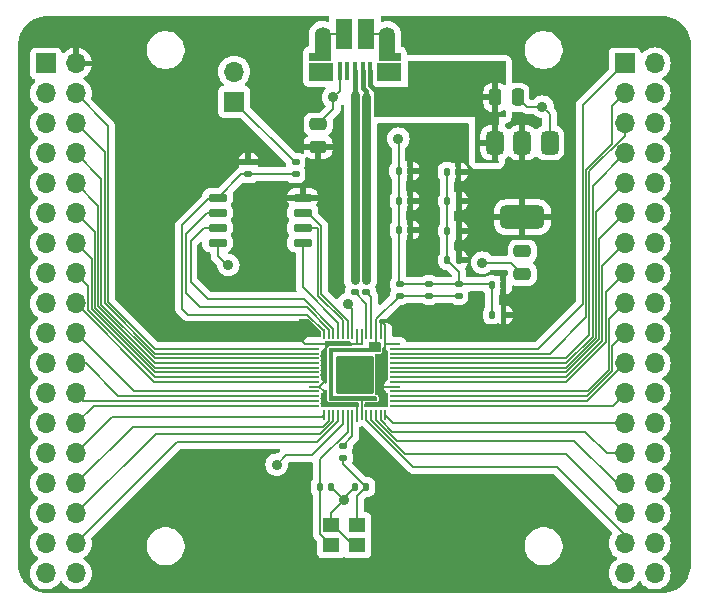
<source format=gtl>
G04 #@! TF.GenerationSoftware,KiCad,Pcbnew,8.0.9-1.fc41*
G04 #@! TF.CreationDate,2025-06-25T22:37:00-07:00*
G04 #@! TF.ProjectId,rp2040_custom_devboard,72703230-3430-45f6-9375-73746f6d5f64,rev?*
G04 #@! TF.SameCoordinates,Original*
G04 #@! TF.FileFunction,Copper,L1,Top*
G04 #@! TF.FilePolarity,Positive*
%FSLAX46Y46*%
G04 Gerber Fmt 4.6, Leading zero omitted, Abs format (unit mm)*
G04 Created by KiCad (PCBNEW 8.0.9-1.fc41) date 2025-06-25 22:37:00*
%MOMM*%
%LPD*%
G01*
G04 APERTURE LIST*
G04 Aperture macros list*
%AMRoundRect*
0 Rectangle with rounded corners*
0 $1 Rounding radius*
0 $2 $3 $4 $5 $6 $7 $8 $9 X,Y pos of 4 corners*
0 Add a 4 corners polygon primitive as box body*
4,1,4,$2,$3,$4,$5,$6,$7,$8,$9,$2,$3,0*
0 Add four circle primitives for the rounded corners*
1,1,$1+$1,$2,$3*
1,1,$1+$1,$4,$5*
1,1,$1+$1,$6,$7*
1,1,$1+$1,$8,$9*
0 Add four rect primitives between the rounded corners*
20,1,$1+$1,$2,$3,$4,$5,0*
20,1,$1+$1,$4,$5,$6,$7,0*
20,1,$1+$1,$6,$7,$8,$9,0*
20,1,$1+$1,$8,$9,$2,$3,0*%
G04 Aperture macros list end*
G04 #@! TA.AperFunction,SMDPad,CuDef*
%ADD10RoundRect,0.140000X0.170000X-0.140000X0.170000X0.140000X-0.170000X0.140000X-0.170000X-0.140000X0*%
G04 #@! TD*
G04 #@! TA.AperFunction,ComponentPad*
%ADD11R,1.700000X1.700000*%
G04 #@! TD*
G04 #@! TA.AperFunction,ComponentPad*
%ADD12O,1.700000X1.700000*%
G04 #@! TD*
G04 #@! TA.AperFunction,SMDPad,CuDef*
%ADD13RoundRect,0.140000X0.140000X0.170000X-0.140000X0.170000X-0.140000X-0.170000X0.140000X-0.170000X0*%
G04 #@! TD*
G04 #@! TA.AperFunction,SMDPad,CuDef*
%ADD14RoundRect,0.375000X-0.375000X0.625000X-0.375000X-0.625000X0.375000X-0.625000X0.375000X0.625000X0*%
G04 #@! TD*
G04 #@! TA.AperFunction,SMDPad,CuDef*
%ADD15RoundRect,0.500000X-1.400000X0.500000X-1.400000X-0.500000X1.400000X-0.500000X1.400000X0.500000X0*%
G04 #@! TD*
G04 #@! TA.AperFunction,SMDPad,CuDef*
%ADD16RoundRect,0.135000X0.185000X-0.135000X0.185000X0.135000X-0.185000X0.135000X-0.185000X-0.135000X0*%
G04 #@! TD*
G04 #@! TA.AperFunction,SMDPad,CuDef*
%ADD17RoundRect,0.135000X-0.185000X0.135000X-0.185000X-0.135000X0.185000X-0.135000X0.185000X0.135000X0*%
G04 #@! TD*
G04 #@! TA.AperFunction,SMDPad,CuDef*
%ADD18R,0.400000X1.650000*%
G04 #@! TD*
G04 #@! TA.AperFunction,SMDPad,CuDef*
%ADD19R,1.825000X0.700000*%
G04 #@! TD*
G04 #@! TA.AperFunction,SMDPad,CuDef*
%ADD20R,2.000000X1.500000*%
G04 #@! TD*
G04 #@! TA.AperFunction,SMDPad,CuDef*
%ADD21R,1.350000X2.000000*%
G04 #@! TD*
G04 #@! TA.AperFunction,HeatsinkPad*
%ADD22O,1.350000X1.700000*%
G04 #@! TD*
G04 #@! TA.AperFunction,HeatsinkPad*
%ADD23O,1.100000X1.500000*%
G04 #@! TD*
G04 #@! TA.AperFunction,SMDPad,CuDef*
%ADD24R,1.430000X2.500000*%
G04 #@! TD*
G04 #@! TA.AperFunction,SMDPad,CuDef*
%ADD25RoundRect,0.050000X-0.387500X-0.050000X0.387500X-0.050000X0.387500X0.050000X-0.387500X0.050000X0*%
G04 #@! TD*
G04 #@! TA.AperFunction,SMDPad,CuDef*
%ADD26RoundRect,0.050000X-0.050000X-0.387500X0.050000X-0.387500X0.050000X0.387500X-0.050000X0.387500X0*%
G04 #@! TD*
G04 #@! TA.AperFunction,ComponentPad*
%ADD27C,0.600000*%
G04 #@! TD*
G04 #@! TA.AperFunction,SMDPad,CuDef*
%ADD28RoundRect,0.144000X-1.456000X-1.456000X1.456000X-1.456000X1.456000X1.456000X-1.456000X1.456000X0*%
G04 #@! TD*
G04 #@! TA.AperFunction,SMDPad,CuDef*
%ADD29R,1.400000X1.200000*%
G04 #@! TD*
G04 #@! TA.AperFunction,SMDPad,CuDef*
%ADD30RoundRect,0.140000X-0.140000X-0.170000X0.140000X-0.170000X0.140000X0.170000X-0.140000X0.170000X0*%
G04 #@! TD*
G04 #@! TA.AperFunction,SMDPad,CuDef*
%ADD31RoundRect,0.250000X-0.475000X0.250000X-0.475000X-0.250000X0.475000X-0.250000X0.475000X0.250000X0*%
G04 #@! TD*
G04 #@! TA.AperFunction,SMDPad,CuDef*
%ADD32RoundRect,0.250000X0.475000X-0.250000X0.475000X0.250000X-0.475000X0.250000X-0.475000X-0.250000X0*%
G04 #@! TD*
G04 #@! TA.AperFunction,SMDPad,CuDef*
%ADD33RoundRect,0.250000X-0.250000X-0.475000X0.250000X-0.475000X0.250000X0.475000X-0.250000X0.475000X0*%
G04 #@! TD*
G04 #@! TA.AperFunction,SMDPad,CuDef*
%ADD34RoundRect,0.150000X-0.650000X-0.150000X0.650000X-0.150000X0.650000X0.150000X-0.650000X0.150000X0*%
G04 #@! TD*
G04 #@! TA.AperFunction,ViaPad*
%ADD35C,0.900000*%
G04 #@! TD*
G04 #@! TA.AperFunction,ViaPad*
%ADD36C,0.600000*%
G04 #@! TD*
G04 #@! TA.AperFunction,Conductor*
%ADD37C,0.400000*%
G04 #@! TD*
G04 #@! TA.AperFunction,Conductor*
%ADD38C,0.200000*%
G04 #@! TD*
G04 #@! TA.AperFunction,Conductor*
%ADD39C,0.150000*%
G04 #@! TD*
G04 #@! TA.AperFunction,Conductor*
%ADD40C,0.127000*%
G04 #@! TD*
G04 #@! TA.AperFunction,Conductor*
%ADD41C,0.800000*%
G04 #@! TD*
G04 APERTURE END LIST*
D10*
X149300000Y-105300000D03*
X149300000Y-104340000D03*
D11*
X132800000Y-88875000D03*
D12*
X132800000Y-86335000D03*
D13*
X151800000Y-102300000D03*
X150840000Y-102300000D03*
X151780000Y-94800000D03*
X150820000Y-94800000D03*
D14*
X159500000Y-92350000D03*
X157200000Y-92350000D03*
D15*
X157200000Y-98650000D03*
D14*
X154900000Y-92350000D03*
D16*
X143000000Y-104990000D03*
X143000000Y-103970000D03*
D13*
X151800000Y-97300000D03*
X150840000Y-97300000D03*
D17*
X142000000Y-118000000D03*
X142000000Y-119020000D03*
D11*
X116860000Y-85640000D03*
D12*
X119400000Y-85640000D03*
X116860000Y-88180000D03*
X119400000Y-88180000D03*
X116860000Y-90720000D03*
X119400000Y-90720000D03*
X116860000Y-93260000D03*
X119400000Y-93260000D03*
X116860000Y-95800000D03*
X119400000Y-95800000D03*
X116860000Y-98340000D03*
X119400000Y-98340000D03*
X116860000Y-100880000D03*
X119400000Y-100880000D03*
X116860000Y-103420000D03*
X119400000Y-103420000D03*
X116860000Y-105960000D03*
X119400000Y-105960000D03*
X116860000Y-108500000D03*
X119400000Y-108500000D03*
X116860000Y-111040000D03*
X119400000Y-111040000D03*
X116860000Y-113580000D03*
X119400000Y-113580000D03*
X116860000Y-116120000D03*
X119400000Y-116120000D03*
X116860000Y-118660000D03*
X119400000Y-118660000D03*
X116860000Y-121200000D03*
X119400000Y-121200000D03*
X116860000Y-123740000D03*
X119400000Y-123740000D03*
X116860000Y-126280000D03*
X119400000Y-126280000D03*
X116860000Y-128820000D03*
X119400000Y-128820000D03*
D13*
X155600000Y-106900000D03*
X154640000Y-106900000D03*
X147700000Y-99750000D03*
X146740000Y-99750000D03*
X155560000Y-104400000D03*
X154600000Y-104400000D03*
D17*
X138000000Y-93980000D03*
X138000000Y-95000000D03*
D10*
X146800000Y-105300000D03*
X146800000Y-104340000D03*
D18*
X144325000Y-86265000D03*
X143675000Y-86265000D03*
X143025000Y-86265000D03*
X142375000Y-86265000D03*
X141725000Y-86265000D03*
D19*
X145975000Y-85065000D03*
D20*
X145875000Y-86365000D03*
D21*
X145755000Y-84315000D03*
D22*
X145755000Y-83385000D03*
D23*
X145445000Y-86385000D03*
D24*
X143985000Y-83115000D03*
X142065000Y-83115000D03*
D23*
X140605000Y-86385000D03*
D22*
X140295000Y-83385000D03*
D21*
X140275000Y-84315000D03*
D20*
X140125000Y-86385000D03*
D19*
X140025000Y-85065000D03*
D17*
X134000000Y-93980000D03*
X134000000Y-95000000D03*
D13*
X151800000Y-99800000D03*
X150840000Y-99800000D03*
D16*
X144000000Y-105000000D03*
X144000000Y-103980000D03*
D25*
X139562500Y-109400000D03*
X139562500Y-109800000D03*
X139562500Y-110200000D03*
X139562500Y-110600000D03*
X139562500Y-111000000D03*
X139562500Y-111400000D03*
X139562500Y-111800000D03*
X139562500Y-112200000D03*
X139562500Y-112600000D03*
X139562500Y-113000000D03*
X139562500Y-113400000D03*
X139562500Y-113800000D03*
X139562500Y-114200000D03*
X139562500Y-114600000D03*
D26*
X140400000Y-115437500D03*
X140800000Y-115437500D03*
X141200000Y-115437500D03*
X141600000Y-115437500D03*
X142000000Y-115437500D03*
X142400000Y-115437500D03*
X142800000Y-115437500D03*
X143200000Y-115437500D03*
X143600000Y-115437500D03*
X144000000Y-115437500D03*
X144400000Y-115437500D03*
X144800000Y-115437500D03*
X145200000Y-115437500D03*
X145600000Y-115437500D03*
D25*
X146437500Y-114600000D03*
X146437500Y-114200000D03*
X146437500Y-113800000D03*
X146437500Y-113400000D03*
X146437500Y-113000000D03*
X146437500Y-112600000D03*
X146437500Y-112200000D03*
X146437500Y-111800000D03*
X146437500Y-111400000D03*
X146437500Y-111000000D03*
X146437500Y-110600000D03*
X146437500Y-110200000D03*
X146437500Y-109800000D03*
X146437500Y-109400000D03*
D26*
X145600000Y-108562500D03*
X145200000Y-108562500D03*
X144800000Y-108562500D03*
X144400000Y-108562500D03*
X144000000Y-108562500D03*
X143600000Y-108562500D03*
X143200000Y-108562500D03*
X142800000Y-108562500D03*
X142400000Y-108562500D03*
X142000000Y-108562500D03*
X141600000Y-108562500D03*
X141200000Y-108562500D03*
X140800000Y-108562500D03*
X140400000Y-108562500D03*
D27*
X141725000Y-110725000D03*
X141725000Y-112000000D03*
X141725000Y-113275000D03*
X143000000Y-110725000D03*
X143000000Y-112000000D03*
D28*
X143000000Y-112000000D03*
D27*
X143000000Y-113275000D03*
X144275000Y-110725000D03*
X144275000Y-112000000D03*
X144275000Y-113275000D03*
D29*
X141000000Y-126450000D03*
X143200000Y-126450000D03*
X143200000Y-124750000D03*
X141000000Y-124750000D03*
D13*
X147680000Y-94750000D03*
X146720000Y-94750000D03*
D30*
X140040000Y-121500000D03*
X141000000Y-121500000D03*
D13*
X143980000Y-121500000D03*
X143020000Y-121500000D03*
D31*
X157200000Y-101550000D03*
X157200000Y-103450000D03*
D11*
X165860000Y-85640000D03*
D12*
X168400000Y-85640000D03*
X165860000Y-88180000D03*
X168400000Y-88180000D03*
X165860000Y-90720000D03*
X168400000Y-90720000D03*
X165860000Y-93260000D03*
X168400000Y-93260000D03*
X165860000Y-95800000D03*
X168400000Y-95800000D03*
X165860000Y-98340000D03*
X168400000Y-98340000D03*
X165860000Y-100880000D03*
X168400000Y-100880000D03*
X165860000Y-103420000D03*
X168400000Y-103420000D03*
X165860000Y-105960000D03*
X168400000Y-105960000D03*
X165860000Y-108500000D03*
X168400000Y-108500000D03*
X165860000Y-111040000D03*
X168400000Y-111040000D03*
X165860000Y-113580000D03*
X168400000Y-113580000D03*
X165860000Y-116120000D03*
X168400000Y-116120000D03*
X165860000Y-118660000D03*
X168400000Y-118660000D03*
X165860000Y-121200000D03*
X168400000Y-121200000D03*
X165860000Y-123740000D03*
X168400000Y-123740000D03*
X165860000Y-126280000D03*
X168400000Y-126280000D03*
X165860000Y-128820000D03*
X168400000Y-128820000D03*
D32*
X139900000Y-92700000D03*
X139900000Y-90800000D03*
D10*
X151800000Y-105300000D03*
X151800000Y-104340000D03*
D13*
X147700000Y-97250000D03*
X146740000Y-97250000D03*
D33*
X154900000Y-88500000D03*
X156800000Y-88500000D03*
D34*
X131400000Y-97000000D03*
X131400000Y-98270000D03*
X131400000Y-99540000D03*
X131400000Y-100810000D03*
X138600000Y-100810000D03*
X138600000Y-99540000D03*
X138600000Y-98270000D03*
X138600000Y-97000000D03*
D35*
X142100000Y-122600000D03*
X136400000Y-119600000D03*
X146700000Y-92000000D03*
X132300000Y-102700000D03*
X141200000Y-88500000D03*
X158900000Y-89300000D03*
X142400000Y-106000000D03*
D36*
X144700000Y-109600000D03*
D35*
X153800000Y-102500000D03*
D37*
X144325000Y-86265000D02*
X144325000Y-87425000D01*
X144325000Y-87425000D02*
X145000000Y-88100000D01*
D38*
X142100000Y-122600000D02*
X142100000Y-122420000D01*
X131400000Y-100810000D02*
X131400000Y-101900000D01*
X151800000Y-104340000D02*
X154540000Y-104340000D01*
X151800000Y-104340000D02*
X151800000Y-103260000D01*
X150840000Y-99800000D02*
X150820000Y-99780000D01*
X156800000Y-88500000D02*
X157600000Y-89300000D01*
X141150000Y-124750000D02*
X142850000Y-126450000D01*
X136400000Y-119600000D02*
X137200000Y-118800000D01*
X131400000Y-101900000D02*
X131700000Y-102200000D01*
X142100000Y-122600000D02*
X141000000Y-123700000D01*
D39*
X139900000Y-86610000D02*
X140125000Y-86385000D01*
D38*
X131700000Y-102200000D02*
X132200000Y-102700000D01*
X159500000Y-92350000D02*
X159500000Y-89900000D01*
X139900000Y-90800000D02*
X141200000Y-89500000D01*
X142850000Y-126450000D02*
X143200000Y-126450000D01*
X137200000Y-118800000D02*
X139400000Y-118800000D01*
X146740000Y-99750000D02*
X146740000Y-104280000D01*
X150820000Y-94840000D02*
X150840000Y-94820000D01*
X151800000Y-103260000D02*
X150840000Y-102300000D01*
X141000000Y-121500000D02*
X142100000Y-122600000D01*
D40*
X140565000Y-83115000D02*
X140295000Y-83385000D01*
D38*
X157600000Y-89300000D02*
X158900000Y-89300000D01*
D39*
X146740000Y-104280000D02*
X146800000Y-104340000D01*
D38*
X146740000Y-94770000D02*
X146740000Y-99750000D01*
D39*
X146720000Y-94750000D02*
X146740000Y-94770000D01*
D38*
X154600000Y-104400000D02*
X154600000Y-106860000D01*
D39*
X154600000Y-106860000D02*
X154640000Y-106900000D01*
D38*
X149300000Y-104340000D02*
X151800000Y-104340000D01*
X141200000Y-89500000D02*
X141200000Y-88500000D01*
X143985000Y-83115000D02*
X145485000Y-83115000D01*
X150840000Y-102300000D02*
X150840000Y-99800000D01*
X150820000Y-99780000D02*
X150820000Y-94840000D01*
D39*
X154540000Y-104340000D02*
X154600000Y-104400000D01*
D38*
X141000000Y-123700000D02*
X141000000Y-124750000D01*
X142065000Y-83115000D02*
X140565000Y-83115000D01*
X142100000Y-122420000D02*
X143020000Y-121500000D01*
D39*
X146720000Y-92020000D02*
X146700000Y-92000000D01*
D38*
X142000000Y-116200000D02*
X142000000Y-115437500D01*
D39*
X154640000Y-104440000D02*
X154600000Y-104400000D01*
D38*
X141725000Y-87975000D02*
X141200000Y-88500000D01*
X139400000Y-118800000D02*
X142000000Y-116200000D01*
X141000000Y-124750000D02*
X141150000Y-124750000D01*
D40*
X145485000Y-83115000D02*
X145755000Y-83385000D01*
D38*
X146800000Y-104340000D02*
X149300000Y-104340000D01*
D39*
X146720000Y-94750000D02*
X146720000Y-92020000D01*
D38*
X141725000Y-86265000D02*
X141725000Y-87975000D01*
X159500000Y-89900000D02*
X158900000Y-89300000D01*
X145200000Y-107600000D02*
X145300000Y-107500000D01*
X139562500Y-109400000D02*
X141000000Y-109400000D01*
X138800000Y-109400000D02*
X138300000Y-108900000D01*
X138667316Y-97000000D02*
X138600000Y-97000000D01*
X146437500Y-109400000D02*
X145600000Y-109400000D01*
X143600000Y-109400000D02*
X143200000Y-109400000D01*
D39*
X143200000Y-115875000D02*
X143200000Y-115437500D01*
D38*
X145600000Y-109400000D02*
X145600000Y-110100000D01*
X140000000Y-113000000D02*
X140400000Y-112600000D01*
X140000000Y-113000000D02*
X140400000Y-113400000D01*
X146437500Y-113000000D02*
X145300000Y-113000000D01*
X145600000Y-107800000D02*
X145600000Y-109400000D01*
X143600000Y-108562500D02*
X143600000Y-109400000D01*
X140400000Y-112600000D02*
X140400000Y-112500000D01*
X143200000Y-109400000D02*
X141000000Y-109400000D01*
X145300000Y-107500000D02*
X145600000Y-107800000D01*
X139562500Y-113000000D02*
X140000000Y-113000000D01*
X139562500Y-109400000D02*
X138800000Y-109400000D01*
X145200000Y-108562500D02*
X145200000Y-107600000D01*
X143200000Y-115437500D02*
X143200000Y-114600000D01*
X143200000Y-108562500D02*
X143200000Y-109400000D01*
X143600000Y-115437500D02*
X143600000Y-114100000D01*
X144800000Y-108562500D02*
X144800000Y-107300000D01*
X151800000Y-105300000D02*
X149300000Y-105300000D01*
X144800000Y-108562500D02*
X144800000Y-109500000D01*
X142400000Y-106000000D02*
X142800000Y-106400000D01*
X144800000Y-109500000D02*
X144700000Y-109600000D01*
X149300000Y-105300000D02*
X146800000Y-105300000D01*
X142800000Y-106400000D02*
X142800000Y-108562500D01*
X144800000Y-107300000D02*
X146800000Y-105300000D01*
D39*
X142400000Y-115437500D02*
X142400000Y-116799668D01*
X140040000Y-125490000D02*
X140040000Y-121500000D01*
X141000000Y-126450000D02*
X140040000Y-125490000D01*
X140040000Y-119159668D02*
X140040000Y-121500000D01*
X142400000Y-116799668D02*
X140040000Y-119159668D01*
X143200000Y-124750000D02*
X143200000Y-122280000D01*
X142000000Y-119520000D02*
X143980000Y-121500000D01*
X142000000Y-119020000D02*
X142000000Y-119520000D01*
X143200000Y-122280000D02*
X143980000Y-121500000D01*
X143000000Y-88300000D02*
X143025000Y-88275000D01*
D37*
X143025000Y-86265000D02*
X143025000Y-88275000D01*
D41*
X143000000Y-103970000D02*
X143000000Y-88300000D01*
D37*
X143675000Y-87675000D02*
X144000000Y-88000000D01*
X143675000Y-86265000D02*
X143675000Y-87675000D01*
X144000000Y-88000000D02*
X144000000Y-88500000D01*
D41*
X144000000Y-103980000D02*
X144000000Y-88500000D01*
D39*
X120020000Y-114200000D02*
X119400000Y-113580000D01*
X139562500Y-114200000D02*
X120020000Y-114200000D01*
X141600000Y-115875000D02*
X139775000Y-117700000D01*
X139775000Y-117700000D02*
X127980000Y-117700000D01*
X127980000Y-117700000D02*
X119400000Y-126280000D01*
X141600000Y-115437500D02*
X141600000Y-115875000D01*
X139562500Y-114600000D02*
X120920000Y-114600000D01*
X120920000Y-114600000D02*
X119400000Y-116120000D01*
X126075214Y-111000000D02*
X139562500Y-111000000D01*
X121283000Y-97683000D02*
X121283000Y-106207786D01*
X121283000Y-106207786D02*
X126075214Y-111000000D01*
X119400000Y-95800000D02*
X121283000Y-97683000D01*
X124300000Y-113400000D02*
X119400000Y-108500000D01*
X139562500Y-113400000D02*
X124300000Y-113400000D01*
X120729000Y-106437262D02*
X126091738Y-111800000D01*
X126091738Y-111800000D02*
X139562500Y-111800000D01*
X120729000Y-102209000D02*
X120729000Y-106437262D01*
X119400000Y-100880000D02*
X120729000Y-102209000D01*
X121837000Y-105937000D02*
X121837000Y-93157000D01*
X121837000Y-93157000D02*
X119400000Y-90720000D01*
X139562500Y-110200000D02*
X126100000Y-110200000D01*
X126100000Y-110200000D02*
X121837000Y-105937000D01*
X119400000Y-98340000D02*
X121006000Y-99946000D01*
X126083476Y-111400000D02*
X139562500Y-111400000D01*
X121006000Y-106322524D02*
X126083476Y-111400000D01*
X121006000Y-99946000D02*
X121006000Y-106322524D01*
X124223000Y-116377000D02*
X119400000Y-121200000D01*
X140298000Y-116377000D02*
X124223000Y-116377000D01*
X140800000Y-115437500D02*
X140800000Y-115875000D01*
X140800000Y-115875000D02*
X140298000Y-116377000D01*
X123000000Y-113800000D02*
X120240000Y-111040000D01*
X120240000Y-111040000D02*
X119400000Y-111040000D01*
X139562500Y-113800000D02*
X123000000Y-113800000D01*
X119400000Y-105960000D02*
X126040000Y-112600000D01*
X126040000Y-112600000D02*
X139562500Y-112600000D01*
X126066952Y-110600000D02*
X121560000Y-106093048D01*
X139562500Y-110600000D02*
X126066952Y-110600000D01*
X121560000Y-95420000D02*
X119400000Y-93260000D01*
X121560000Y-106093048D02*
X121560000Y-95420000D01*
X120452000Y-106552000D02*
X126100000Y-112200000D01*
X120452000Y-104472000D02*
X120452000Y-106552000D01*
X126100000Y-112200000D02*
X139562500Y-112200000D01*
X119400000Y-103420000D02*
X120452000Y-104472000D01*
X140400000Y-115437500D02*
X140237500Y-115600000D01*
X140237500Y-115600000D02*
X122460000Y-115600000D01*
X122460000Y-115600000D02*
X119400000Y-118660000D01*
X122114000Y-90894000D02*
X119400000Y-88180000D01*
X139562500Y-109800000D02*
X126091738Y-109800000D01*
X126091738Y-109800000D02*
X122114000Y-105822262D01*
X122114000Y-105822262D02*
X122114000Y-90894000D01*
X140075000Y-117000000D02*
X126170000Y-117000000D01*
X126170000Y-117000000D02*
X119430000Y-123740000D01*
X141200000Y-115437500D02*
X141200000Y-115875000D01*
X119430000Y-123740000D02*
X119400000Y-123740000D01*
X141200000Y-115875000D02*
X140075000Y-117000000D01*
X164254000Y-105026000D02*
X165860000Y-103420000D01*
X164254000Y-109246000D02*
X164254000Y-105026000D01*
X160900000Y-112600000D02*
X164254000Y-109246000D01*
X146437500Y-112600000D02*
X160900000Y-112600000D01*
X165200000Y-121200000D02*
X165860000Y-121200000D01*
X144800000Y-115832768D02*
X146567232Y-117600000D01*
X144800000Y-115437500D02*
X144800000Y-115832768D01*
X161600000Y-117600000D02*
X165200000Y-121200000D01*
X146567232Y-117600000D02*
X161600000Y-117600000D01*
X163977000Y-102763000D02*
X165860000Y-100880000D01*
X163977000Y-109123000D02*
X163977000Y-102763000D01*
X160900000Y-112200000D02*
X163977000Y-109123000D01*
X146437500Y-112200000D02*
X160900000Y-112200000D01*
X146437500Y-114200000D02*
X162700000Y-114200000D01*
X162700000Y-114200000D02*
X165860000Y-111040000D01*
X163423000Y-98237000D02*
X165860000Y-95800000D01*
X160916524Y-111400000D02*
X163423000Y-108893524D01*
X146437500Y-111400000D02*
X160916524Y-111400000D01*
X163423000Y-108893524D02*
X163423000Y-98237000D01*
X147967232Y-119800000D02*
X160100000Y-119800000D01*
X165820000Y-126280000D02*
X165800000Y-126300000D01*
X165860000Y-125560000D02*
X165860000Y-126280000D01*
X144000000Y-115832768D02*
X147967232Y-119800000D01*
X160100000Y-119800000D02*
X165860000Y-125560000D01*
X165860000Y-126280000D02*
X165820000Y-126280000D01*
X144000000Y-115437500D02*
X144000000Y-115832768D01*
X145600000Y-115437500D02*
X146282500Y-116120000D01*
X146282500Y-116120000D02*
X165860000Y-116120000D01*
X164360000Y-118660000D02*
X165860000Y-118660000D01*
X145200000Y-115437500D02*
X145200000Y-115832768D01*
X162500000Y-116800000D02*
X164360000Y-118660000D01*
X146167232Y-116800000D02*
X162500000Y-116800000D01*
X145200000Y-115832768D02*
X146167232Y-116800000D01*
X162315000Y-105985000D02*
X162315000Y-89185000D01*
X162315000Y-89185000D02*
X165860000Y-85640000D01*
X146437500Y-109800000D02*
X158500000Y-109800000D01*
X158500000Y-109800000D02*
X162315000Y-105985000D01*
X162592000Y-107108000D02*
X162592000Y-94648509D01*
X159500000Y-110200000D02*
X162592000Y-107108000D01*
X162592000Y-94648509D02*
X164808000Y-92432509D01*
X146437500Y-110200000D02*
X159500000Y-110200000D01*
X164808000Y-92432509D02*
X164808000Y-89232000D01*
X164808000Y-89232000D02*
X165860000Y-88180000D01*
X164808000Y-111700262D02*
X164808000Y-109552000D01*
X146437500Y-113800000D02*
X162708262Y-113800000D01*
X162708262Y-113800000D02*
X164808000Y-111700262D01*
X164808000Y-109552000D02*
X165860000Y-108500000D01*
X164531000Y-111585524D02*
X164531000Y-107289000D01*
X164531000Y-107289000D02*
X165860000Y-105960000D01*
X162716524Y-113400000D02*
X164531000Y-111585524D01*
X146437500Y-113400000D02*
X162716524Y-113400000D01*
X160900000Y-118700000D02*
X165860000Y-123660000D01*
X165860000Y-123660000D02*
X165860000Y-123740000D01*
X144400000Y-115437500D02*
X144400000Y-115832768D01*
X147267232Y-118700000D02*
X160900000Y-118700000D01*
X144400000Y-115832768D02*
X147267232Y-118700000D01*
X146437500Y-111000000D02*
X160924786Y-111000000D01*
X163146000Y-95974000D02*
X165860000Y-93260000D01*
X163146000Y-108778786D02*
X163146000Y-95974000D01*
X160924786Y-111000000D02*
X163146000Y-108778786D01*
X146437500Y-111800000D02*
X160908262Y-111800000D01*
X163700000Y-109008262D02*
X163700000Y-100500000D01*
X160908262Y-111800000D02*
X163700000Y-109008262D01*
X163700000Y-100500000D02*
X165860000Y-98340000D01*
X160933048Y-110600000D02*
X162869000Y-108664048D01*
X162869000Y-94763247D02*
X165860000Y-91772247D01*
X146437500Y-110600000D02*
X160933048Y-110600000D01*
X165860000Y-91772247D02*
X165860000Y-90720000D01*
X162869000Y-108664048D02*
X162869000Y-94763247D01*
X164840000Y-114600000D02*
X165860000Y-113580000D01*
X146437500Y-114600000D02*
X164840000Y-114600000D01*
X137905000Y-93980000D02*
X132800000Y-88875000D01*
D38*
X132135000Y-89500000D02*
X132800000Y-88835000D01*
D39*
X138000000Y-93980000D02*
X137905000Y-93980000D01*
D38*
X144000000Y-108562500D02*
X144000000Y-105990000D01*
D39*
X143000000Y-104990000D02*
X143000000Y-105090000D01*
D38*
X144000000Y-105990000D02*
X143000000Y-104990000D01*
X144400000Y-108562500D02*
X144400000Y-105400000D01*
X144400000Y-105400000D02*
X144000000Y-105000000D01*
D39*
X134000000Y-95000000D02*
X133400000Y-95000000D01*
X139000000Y-106900000D02*
X128900000Y-106900000D01*
X140400000Y-108300000D02*
X139000000Y-106900000D01*
X140400000Y-108562500D02*
X140400000Y-108300000D01*
X130700000Y-97000000D02*
X131400000Y-97000000D01*
X128900000Y-106900000D02*
X128400000Y-106400000D01*
X128400000Y-106400000D02*
X128400000Y-99300000D01*
X128400000Y-99300000D02*
X130700000Y-97000000D01*
X133400000Y-95000000D02*
X131400000Y-97000000D01*
X134000000Y-95000000D02*
X138000000Y-95000000D01*
X142800000Y-117200000D02*
X142000000Y-118000000D01*
X142800000Y-115437500D02*
X142800000Y-117200000D01*
X140177000Y-105185262D02*
X142400000Y-107408262D01*
X139021737Y-98270000D02*
X140177000Y-99425263D01*
X140177000Y-99425263D02*
X140177000Y-105185262D01*
X142400000Y-107408262D02*
X142400000Y-108562500D01*
X138600000Y-98270000D02*
X139021737Y-98270000D01*
X138600000Y-104600000D02*
X141600000Y-107600000D01*
X141600000Y-107600000D02*
X141600000Y-108562500D01*
X138600000Y-100810000D02*
X138600000Y-104600000D01*
X130260000Y-99540000D02*
X129100000Y-100700000D01*
X141200000Y-108125000D02*
X141200000Y-108562500D01*
X130600000Y-105600000D02*
X138675000Y-105600000D01*
X138675000Y-105600000D02*
X141200000Y-108125000D01*
X129100000Y-100700000D02*
X129100000Y-104100000D01*
X129100000Y-104100000D02*
X130600000Y-105600000D01*
X131400000Y-99540000D02*
X130260000Y-99540000D01*
X142000000Y-107400000D02*
X142000000Y-108562500D01*
X138600000Y-99540000D02*
X139900000Y-99540000D01*
X139900000Y-99540000D02*
X139900000Y-105300000D01*
X139900000Y-105300000D02*
X142000000Y-107400000D01*
X138932768Y-106300000D02*
X129900000Y-106300000D01*
X128700000Y-105100000D02*
X128700000Y-100100000D01*
X128700000Y-100100000D02*
X130530000Y-98270000D01*
X130530000Y-98270000D02*
X131400000Y-98270000D01*
X140800000Y-108167232D02*
X138932768Y-106300000D01*
X140800000Y-108562500D02*
X140800000Y-108167232D01*
X129900000Y-106300000D02*
X128700000Y-105100000D01*
D38*
X153800000Y-102500000D02*
X156250000Y-102500000D01*
X156250000Y-102500000D02*
X157200000Y-103450000D01*
G04 #@! TA.AperFunction,Conductor*
G36*
X140619035Y-113281875D02*
G01*
X140660210Y-113338323D01*
X140667500Y-113380213D01*
X140667500Y-114076002D01*
X140670527Y-114104165D01*
X140681734Y-114155678D01*
X140711069Y-114214281D01*
X140733598Y-114240280D01*
X140756824Y-114267084D01*
X140756826Y-114267085D01*
X140756827Y-114267086D01*
X140790817Y-114288931D01*
X140819630Y-114307448D01*
X140886669Y-114327133D01*
X140924000Y-114332500D01*
X143248500Y-114332500D01*
X143315539Y-114352185D01*
X143361294Y-114404989D01*
X143372500Y-114456500D01*
X143372500Y-114700000D01*
X140121031Y-114700000D01*
X140127500Y-114667480D01*
X140127500Y-114532520D01*
X140127406Y-114532050D01*
X140117202Y-114480745D01*
X140117201Y-114480743D01*
X140109282Y-114468892D01*
X140100000Y-114439249D01*
X140100000Y-114359939D01*
X140106887Y-114334834D01*
X140109282Y-114331108D01*
X140117201Y-114319257D01*
X140117399Y-114318266D01*
X140127499Y-114267484D01*
X140127500Y-114267481D01*
X140127500Y-114132519D01*
X140127499Y-114132515D01*
X140117202Y-114080745D01*
X140117201Y-114080743D01*
X140109282Y-114068892D01*
X140100000Y-114039249D01*
X140100000Y-113959939D01*
X140106887Y-113934834D01*
X140109282Y-113931108D01*
X140117201Y-113919257D01*
X140127500Y-113867480D01*
X140127500Y-113732520D01*
X140117951Y-113684513D01*
X140124178Y-113614924D01*
X140167040Y-113559746D01*
X140194081Y-113544968D01*
X140222091Y-113533922D01*
X140222093Y-113533921D01*
X140342564Y-113442564D01*
X140433923Y-113322090D01*
X140435413Y-113319442D01*
X140437408Y-113317495D01*
X140439046Y-113315336D01*
X140439370Y-113315581D01*
X140485427Y-113270652D01*
X140553879Y-113256648D01*
X140619035Y-113281875D01*
G37*
G04 #@! TD.AperFunction*
G04 #@! TA.AperFunction,Conductor*
G36*
X145537703Y-109686500D02*
G01*
X145564587Y-109719442D01*
X145566076Y-109722090D01*
X145657435Y-109842564D01*
X145777905Y-109933920D01*
X145800000Y-109942633D01*
X145800000Y-112457365D01*
X145777906Y-112466078D01*
X145657435Y-112557435D01*
X145566079Y-112677904D01*
X145510613Y-112818556D01*
X145500000Y-112906946D01*
X145500000Y-113093053D01*
X145510613Y-113181443D01*
X145566079Y-113322095D01*
X145657435Y-113442564D01*
X145777905Y-113533920D01*
X145800000Y-113542633D01*
X145800000Y-114700000D01*
X143827500Y-114700000D01*
X143827500Y-114456500D01*
X143847185Y-114389461D01*
X143899989Y-114343706D01*
X143951500Y-114332500D01*
X144776000Y-114332500D01*
X144804166Y-114329472D01*
X144855677Y-114318266D01*
X144914280Y-114288931D01*
X144967084Y-114243176D01*
X145007448Y-114180370D01*
X145027133Y-114113331D01*
X145032500Y-114076000D01*
X145032500Y-113924000D01*
X145029472Y-113895834D01*
X145018266Y-113844323D01*
X144988931Y-113785720D01*
X144988930Y-113785718D01*
X144966402Y-113759720D01*
X144943176Y-113732916D01*
X144943173Y-113732914D01*
X144943172Y-113732913D01*
X144880374Y-113692554D01*
X144880372Y-113692553D01*
X144880371Y-113692552D01*
X144880370Y-113692552D01*
X144813331Y-113672867D01*
X144809081Y-113671619D01*
X144809393Y-113670555D01*
X144752498Y-113639480D01*
X144719021Y-113578152D01*
X144718573Y-113527616D01*
X144727500Y-113482740D01*
X144727500Y-110517257D01*
X144711748Y-110438069D01*
X144711747Y-110438066D01*
X144703277Y-110425390D01*
X144682400Y-110358713D01*
X144700885Y-110291333D01*
X144752864Y-110244643D01*
X144806380Y-110232500D01*
X145076000Y-110232500D01*
X145104166Y-110229472D01*
X145155677Y-110218266D01*
X145214280Y-110188931D01*
X145267084Y-110143176D01*
X145307448Y-110080370D01*
X145327133Y-110013331D01*
X145332500Y-109976000D01*
X145332500Y-109780213D01*
X145352185Y-109713174D01*
X145404989Y-109667419D01*
X145474147Y-109657475D01*
X145537703Y-109686500D01*
G37*
G04 #@! TD.AperFunction*
G04 #@! TA.AperFunction,Conductor*
G36*
X142666077Y-109222091D02*
G01*
X142666078Y-109222093D01*
X142757436Y-109342566D01*
X142760247Y-109344698D01*
X142762171Y-109347302D01*
X142763432Y-109348563D01*
X142763242Y-109348752D01*
X142801769Y-109400891D01*
X142806319Y-109470613D01*
X142772452Y-109531726D01*
X142710921Y-109564828D01*
X142685319Y-109567500D01*
X140923997Y-109567500D01*
X140895834Y-109570527D01*
X140844321Y-109581734D01*
X140785718Y-109611069D01*
X140732916Y-109656824D01*
X140732915Y-109656825D01*
X140709079Y-109693913D01*
X140666159Y-109731101D01*
X140674653Y-109773955D01*
X140673381Y-109782267D01*
X140673497Y-109782284D01*
X140667500Y-109823996D01*
X140667500Y-112619786D01*
X140647815Y-112686825D01*
X140595011Y-112732580D01*
X140525853Y-112742524D01*
X140462297Y-112713499D01*
X140435415Y-112680562D01*
X140433922Y-112677907D01*
X140342564Y-112557435D01*
X140222093Y-112466078D01*
X140222091Y-112466077D01*
X140194078Y-112455030D01*
X140138934Y-112412124D01*
X140115741Y-112346217D01*
X140117950Y-112315488D01*
X140127500Y-112267480D01*
X140127500Y-112132520D01*
X140127406Y-112132050D01*
X140117202Y-112080745D01*
X140117201Y-112080743D01*
X140109282Y-112068892D01*
X140100000Y-112039249D01*
X140100000Y-111959939D01*
X140106887Y-111934834D01*
X140109282Y-111931108D01*
X140117201Y-111919257D01*
X140127500Y-111867480D01*
X140127500Y-111732520D01*
X140127406Y-111732050D01*
X140117202Y-111680745D01*
X140117201Y-111680743D01*
X140109282Y-111668892D01*
X140100000Y-111639249D01*
X140100000Y-111559939D01*
X140106887Y-111534834D01*
X140109282Y-111531108D01*
X140117201Y-111519257D01*
X140127500Y-111467480D01*
X140127500Y-111332520D01*
X140127406Y-111332050D01*
X140117202Y-111280745D01*
X140117201Y-111280743D01*
X140109282Y-111268892D01*
X140100000Y-111239249D01*
X140100000Y-111159939D01*
X140106887Y-111134834D01*
X140109282Y-111131108D01*
X140117201Y-111119257D01*
X140127500Y-111067480D01*
X140127500Y-110932520D01*
X140127406Y-110932050D01*
X140117202Y-110880745D01*
X140117201Y-110880743D01*
X140109282Y-110868892D01*
X140100000Y-110839249D01*
X140100000Y-110759939D01*
X140106887Y-110734834D01*
X140109282Y-110731108D01*
X140117201Y-110719257D01*
X140127500Y-110667480D01*
X140127500Y-110532520D01*
X140124464Y-110517257D01*
X140117202Y-110480745D01*
X140117201Y-110480743D01*
X140109282Y-110468892D01*
X140100000Y-110439249D01*
X140100000Y-110359939D01*
X140106887Y-110334834D01*
X140109282Y-110331108D01*
X140117201Y-110319257D01*
X140127500Y-110267480D01*
X140127500Y-110132520D01*
X140117951Y-110084513D01*
X140124178Y-110014924D01*
X140167040Y-109959746D01*
X140194081Y-109944968D01*
X140222091Y-109933922D01*
X140222093Y-109933921D01*
X140342564Y-109842564D01*
X140433920Y-109722094D01*
X140435796Y-109717338D01*
X140478697Y-109662190D01*
X140485787Y-109659694D01*
X140485789Y-109591933D01*
X140489379Y-109581472D01*
X140489385Y-109581449D01*
X140500000Y-109493053D01*
X140500000Y-109306939D01*
X140491601Y-109237001D01*
X140497803Y-109200000D01*
X142657365Y-109200000D01*
X142666077Y-109222091D01*
G37*
G04 #@! TD.AperFunction*
G04 #@! TA.AperFunction,Conductor*
G36*
X140803335Y-81620185D02*
G01*
X140849090Y-81672989D01*
X140859034Y-81742147D01*
X140856973Y-81753014D01*
X140855908Y-81757518D01*
X140849501Y-81817116D01*
X140849501Y-81817123D01*
X140849500Y-81817135D01*
X140849500Y-81983502D01*
X140829815Y-82050541D01*
X140777011Y-82096296D01*
X140707853Y-82106240D01*
X140687182Y-82101433D01*
X140570265Y-82063445D01*
X140440877Y-82042952D01*
X140387514Y-82034500D01*
X140202486Y-82034500D01*
X140149123Y-82042952D01*
X140019734Y-82063445D01*
X139843767Y-82120619D01*
X139843764Y-82120620D01*
X139678903Y-82204622D01*
X139593499Y-82266672D01*
X139529213Y-82313379D01*
X139529211Y-82313381D01*
X139529210Y-82313381D01*
X139398381Y-82444210D01*
X139398381Y-82444211D01*
X139398379Y-82444213D01*
X139351672Y-82508499D01*
X139289622Y-82593903D01*
X139205620Y-82758764D01*
X139205619Y-82758767D01*
X139148445Y-82934734D01*
X139119500Y-83117486D01*
X139119500Y-83148705D01*
X139111682Y-83192038D01*
X139105908Y-83207517D01*
X139099501Y-83267116D01*
X139099500Y-83267135D01*
X139099500Y-84100468D01*
X139079815Y-84167507D01*
X139027011Y-84213262D01*
X139008532Y-84219597D01*
X138870171Y-84271202D01*
X138870164Y-84271206D01*
X138754955Y-84357452D01*
X138754952Y-84357455D01*
X138668706Y-84472664D01*
X138668702Y-84472671D01*
X138618408Y-84607517D01*
X138612001Y-84667116D01*
X138612001Y-84667123D01*
X138612000Y-84667135D01*
X138612000Y-85462870D01*
X138612001Y-85462876D01*
X138618409Y-85522487D01*
X138620192Y-85530031D01*
X138619307Y-85530240D01*
X138625399Y-85578748D01*
X138624501Y-85587104D01*
X138624500Y-85587127D01*
X138624500Y-87182870D01*
X138624501Y-87182876D01*
X138630908Y-87242483D01*
X138681202Y-87377328D01*
X138681206Y-87377335D01*
X138767452Y-87492544D01*
X138767455Y-87492547D01*
X138882664Y-87578793D01*
X138882671Y-87578797D01*
X139017517Y-87629091D01*
X139017516Y-87629091D01*
X139024444Y-87629835D01*
X139077127Y-87635500D01*
X140417692Y-87635499D01*
X140484731Y-87655184D01*
X140530486Y-87707987D01*
X140540430Y-87777146D01*
X140513546Y-87838163D01*
X140405864Y-87969374D01*
X140405862Y-87969376D01*
X140317604Y-88134497D01*
X140263253Y-88313666D01*
X140263252Y-88313668D01*
X140244901Y-88500000D01*
X140263252Y-88686331D01*
X140263253Y-88686333D01*
X140317604Y-88865502D01*
X140405862Y-89030623D01*
X140405864Y-89030626D01*
X140521302Y-89171287D01*
X140548615Y-89235597D01*
X140536824Y-89304465D01*
X140513130Y-89337633D01*
X140087582Y-89763181D01*
X140026259Y-89796666D01*
X139999901Y-89799500D01*
X139374998Y-89799500D01*
X139374980Y-89799501D01*
X139272203Y-89810000D01*
X139272200Y-89810001D01*
X139105668Y-89865185D01*
X139105663Y-89865187D01*
X138956342Y-89957289D01*
X138832289Y-90081342D01*
X138740187Y-90230663D01*
X138740185Y-90230668D01*
X138722029Y-90285459D01*
X138685001Y-90397203D01*
X138685001Y-90397204D01*
X138685000Y-90397204D01*
X138674500Y-90499983D01*
X138674500Y-91100001D01*
X138674501Y-91100019D01*
X138685000Y-91202796D01*
X138685001Y-91202799D01*
X138725377Y-91324643D01*
X138740186Y-91369334D01*
X138832288Y-91518656D01*
X138956344Y-91642712D01*
X138959628Y-91644737D01*
X138959653Y-91644753D01*
X138961445Y-91646746D01*
X138962011Y-91647193D01*
X138961934Y-91647289D01*
X139006379Y-91696699D01*
X139017603Y-91765661D01*
X138989761Y-91829744D01*
X138959665Y-91855826D01*
X138956660Y-91857679D01*
X138956655Y-91857683D01*
X138832684Y-91981654D01*
X138740643Y-92130875D01*
X138740641Y-92130880D01*
X138685494Y-92297302D01*
X138685493Y-92297309D01*
X138675000Y-92400013D01*
X138675000Y-92450000D01*
X141124999Y-92450000D01*
X141124999Y-92400028D01*
X141124998Y-92400013D01*
X141114505Y-92297302D01*
X141059358Y-92130880D01*
X141059356Y-92130875D01*
X140967315Y-91981654D01*
X140843344Y-91857683D01*
X140843341Y-91857681D01*
X140840339Y-91855829D01*
X140838713Y-91854021D01*
X140837677Y-91853202D01*
X140837817Y-91853024D01*
X140793617Y-91803880D01*
X140782397Y-91734917D01*
X140810243Y-91670836D01*
X140840344Y-91644754D01*
X140843656Y-91642712D01*
X140967712Y-91518656D01*
X141059814Y-91369334D01*
X141114999Y-91202797D01*
X141125500Y-91100009D01*
X141125499Y-90499992D01*
X141124419Y-90489422D01*
X141137187Y-90420731D01*
X141160093Y-90389141D01*
X141680520Y-89868716D01*
X141759577Y-89731784D01*
X141800501Y-89579057D01*
X141800501Y-89420942D01*
X141800501Y-89413347D01*
X141800500Y-89413329D01*
X141800500Y-89295437D01*
X141820185Y-89228398D01*
X141845837Y-89199583D01*
X141875357Y-89175357D01*
X141879645Y-89170131D01*
X141937391Y-89130796D01*
X142007235Y-89128925D01*
X142067004Y-89165111D01*
X142097721Y-89227866D01*
X142099500Y-89248795D01*
X142099500Y-104058695D01*
X142134103Y-104232658D01*
X142134106Y-104232667D01*
X142201983Y-104396540D01*
X142201990Y-104396553D01*
X142236002Y-104447455D01*
X142256880Y-104514133D01*
X142239634Y-104579463D01*
X142227133Y-104600601D01*
X142227129Y-104600611D01*
X142182335Y-104754791D01*
X142182334Y-104754797D01*
X142179500Y-104790811D01*
X142179500Y-104981653D01*
X142159815Y-105048692D01*
X142107011Y-105094447D01*
X142091497Y-105100313D01*
X142034496Y-105117604D01*
X141869376Y-105205862D01*
X141869373Y-105205864D01*
X141724642Y-105324642D01*
X141605865Y-105469373D01*
X141569427Y-105537543D01*
X141520464Y-105587387D01*
X141452326Y-105602847D01*
X141386647Y-105579015D01*
X141372388Y-105566770D01*
X140788819Y-104983201D01*
X140755334Y-104921878D01*
X140752500Y-104895520D01*
X140752500Y-99349499D01*
X140752500Y-99349497D01*
X140713281Y-99203128D01*
X140637515Y-99071898D01*
X140530365Y-98964748D01*
X139936819Y-98371202D01*
X139903334Y-98309879D01*
X139900500Y-98283521D01*
X139900500Y-98054313D01*
X139900499Y-98054298D01*
X139897598Y-98017432D01*
X139897597Y-98017426D01*
X139853511Y-97865684D01*
X139851744Y-97859602D01*
X139768081Y-97718135D01*
X139768078Y-97718132D01*
X139763298Y-97711969D01*
X139765635Y-97710155D01*
X139738798Y-97661050D01*
X139743756Y-97591356D01*
X139764554Y-97558998D01*
X139762903Y-97557717D01*
X139767686Y-97551550D01*
X139851281Y-97410198D01*
X139897100Y-97252486D01*
X139897295Y-97250001D01*
X139897295Y-97250000D01*
X137302705Y-97250000D01*
X137302704Y-97250001D01*
X137302899Y-97252486D01*
X137348718Y-97410198D01*
X137432314Y-97551552D01*
X137437100Y-97557722D01*
X137434640Y-97559629D01*
X137461210Y-97608288D01*
X137456226Y-97677980D01*
X137435162Y-97710781D01*
X137436699Y-97711974D01*
X137431915Y-97718140D01*
X137348255Y-97859603D01*
X137348254Y-97859606D01*
X137302402Y-98017426D01*
X137302401Y-98017432D01*
X137299500Y-98054298D01*
X137299500Y-98485701D01*
X137302401Y-98522567D01*
X137302402Y-98522573D01*
X137348254Y-98680393D01*
X137348255Y-98680396D01*
X137431917Y-98821862D01*
X137436702Y-98828031D01*
X137434256Y-98829927D01*
X137460857Y-98878642D01*
X137455873Y-98948334D01*
X137435069Y-98980703D01*
X137436702Y-98981969D01*
X137431917Y-98988137D01*
X137348255Y-99129603D01*
X137348254Y-99129606D01*
X137302402Y-99287426D01*
X137302401Y-99287432D01*
X137299500Y-99324298D01*
X137299500Y-99755701D01*
X137302401Y-99792567D01*
X137302402Y-99792573D01*
X137348254Y-99950393D01*
X137348255Y-99950396D01*
X137348256Y-99950398D01*
X137377590Y-100000000D01*
X137431917Y-100091862D01*
X137436702Y-100098031D01*
X137434256Y-100099927D01*
X137460857Y-100148642D01*
X137455873Y-100218334D01*
X137435069Y-100250703D01*
X137436702Y-100251969D01*
X137431917Y-100258137D01*
X137348255Y-100399603D01*
X137348254Y-100399606D01*
X137302402Y-100557426D01*
X137302401Y-100557432D01*
X137299500Y-100594298D01*
X137299500Y-101025701D01*
X137302401Y-101062567D01*
X137302402Y-101062573D01*
X137348254Y-101220393D01*
X137348255Y-101220396D01*
X137348256Y-101220398D01*
X137365757Y-101249991D01*
X137431917Y-101361862D01*
X137431923Y-101361870D01*
X137548129Y-101478076D01*
X137548133Y-101478079D01*
X137548135Y-101478081D01*
X137689602Y-101561744D01*
X137731224Y-101573836D01*
X137847426Y-101607597D01*
X137847429Y-101607597D01*
X137847431Y-101607598D01*
X137884306Y-101610500D01*
X137900500Y-101610500D01*
X137967539Y-101630185D01*
X138013294Y-101682989D01*
X138024500Y-101734500D01*
X138024500Y-104524234D01*
X138024500Y-104675766D01*
X138063719Y-104822135D01*
X138071279Y-104835230D01*
X138073167Y-104838499D01*
X138089640Y-104906399D01*
X138066788Y-104972426D01*
X138011867Y-105015617D01*
X137965780Y-105024500D01*
X130889742Y-105024500D01*
X130822703Y-105004815D01*
X130802061Y-104988181D01*
X129711819Y-103897939D01*
X129678334Y-103836616D01*
X129675500Y-103810258D01*
X129675500Y-100989741D01*
X129695185Y-100922702D01*
X129711815Y-100902064D01*
X129887820Y-100726059D01*
X129949142Y-100692575D01*
X130018834Y-100697559D01*
X130074767Y-100739431D01*
X130099184Y-100804895D01*
X130099500Y-100813741D01*
X130099500Y-101025701D01*
X130102401Y-101062567D01*
X130102402Y-101062573D01*
X130148254Y-101220393D01*
X130148255Y-101220396D01*
X130148256Y-101220398D01*
X130165757Y-101249991D01*
X130231917Y-101361862D01*
X130231923Y-101361870D01*
X130348129Y-101478076D01*
X130348133Y-101478079D01*
X130348135Y-101478081D01*
X130489602Y-101561744D01*
X130531224Y-101573836D01*
X130647426Y-101607597D01*
X130647429Y-101607597D01*
X130647431Y-101607598D01*
X130684306Y-101610500D01*
X130684312Y-101610500D01*
X130685227Y-101610572D01*
X130750515Y-101635455D01*
X130791987Y-101691685D01*
X130799500Y-101734190D01*
X130799500Y-101813330D01*
X130799499Y-101813348D01*
X130799499Y-101979054D01*
X130799498Y-101979054D01*
X130840423Y-102131785D01*
X130853193Y-102153903D01*
X130919477Y-102268712D01*
X130919481Y-102268717D01*
X131038349Y-102387585D01*
X131038355Y-102387590D01*
X131312886Y-102662121D01*
X131346371Y-102723444D01*
X131348608Y-102737647D01*
X131363253Y-102886332D01*
X131363253Y-102886333D01*
X131417604Y-103065502D01*
X131505862Y-103230623D01*
X131505864Y-103230626D01*
X131624642Y-103375357D01*
X131769373Y-103494135D01*
X131769376Y-103494137D01*
X131897008Y-103562357D01*
X131934499Y-103582396D01*
X132043628Y-103615500D01*
X132113666Y-103636746D01*
X132113668Y-103636747D01*
X132126056Y-103637967D01*
X132300000Y-103655099D01*
X132486331Y-103636747D01*
X132665501Y-103582396D01*
X132830625Y-103494136D01*
X132975357Y-103375357D01*
X133094136Y-103230625D01*
X133182396Y-103065501D01*
X133236747Y-102886331D01*
X133255099Y-102700000D01*
X133238386Y-102530315D01*
X133236747Y-102513668D01*
X133236746Y-102513666D01*
X133182396Y-102334499D01*
X133147235Y-102268717D01*
X133094137Y-102169376D01*
X133094135Y-102169373D01*
X132975357Y-102024642D01*
X132830626Y-101905864D01*
X132830623Y-101905862D01*
X132665502Y-101817604D01*
X132486333Y-101763253D01*
X132486331Y-101763252D01*
X132420698Y-101756788D01*
X132355911Y-101730626D01*
X132315552Y-101673592D01*
X132312436Y-101603791D01*
X132347551Y-101543387D01*
X132369723Y-101526659D01*
X132451865Y-101478081D01*
X132568081Y-101361865D01*
X132651744Y-101220398D01*
X132697598Y-101062569D01*
X132700500Y-101025694D01*
X132700500Y-100594306D01*
X132697598Y-100557431D01*
X132696747Y-100554503D01*
X132651745Y-100399606D01*
X132651744Y-100399603D01*
X132651744Y-100399602D01*
X132568081Y-100258135D01*
X132568078Y-100258132D01*
X132563298Y-100251969D01*
X132565750Y-100250066D01*
X132539155Y-100201421D01*
X132544104Y-100131726D01*
X132564940Y-100099304D01*
X132563298Y-100098031D01*
X132568075Y-100091870D01*
X132568081Y-100091865D01*
X132651744Y-99950398D01*
X132697598Y-99792569D01*
X132700500Y-99755694D01*
X132700500Y-99324306D01*
X132697598Y-99287431D01*
X132682256Y-99234625D01*
X132651745Y-99129606D01*
X132651744Y-99129603D01*
X132651744Y-99129602D01*
X132568081Y-98988135D01*
X132568078Y-98988132D01*
X132563298Y-98981969D01*
X132565750Y-98980066D01*
X132539155Y-98931421D01*
X132544104Y-98861726D01*
X132564940Y-98829304D01*
X132563298Y-98828031D01*
X132568075Y-98821870D01*
X132568081Y-98821865D01*
X132651744Y-98680398D01*
X132697598Y-98522569D01*
X132700500Y-98485694D01*
X132700500Y-98054306D01*
X132697598Y-98017431D01*
X132696029Y-98012031D01*
X132653511Y-97865684D01*
X132651744Y-97859602D01*
X132568081Y-97718135D01*
X132568078Y-97718132D01*
X132563298Y-97711969D01*
X132565750Y-97710066D01*
X132539155Y-97661421D01*
X132544104Y-97591726D01*
X132564940Y-97559304D01*
X132563298Y-97558031D01*
X132568075Y-97551870D01*
X132568081Y-97551865D01*
X132651744Y-97410398D01*
X132697598Y-97252569D01*
X132700500Y-97215694D01*
X132700500Y-96784306D01*
X132697800Y-96749998D01*
X137302704Y-96749998D01*
X137302705Y-96750000D01*
X138350000Y-96750000D01*
X138850000Y-96750000D01*
X139897295Y-96750000D01*
X139897295Y-96749998D01*
X139897100Y-96747513D01*
X139851281Y-96589801D01*
X139767685Y-96448447D01*
X139767678Y-96448438D01*
X139651561Y-96332321D01*
X139651552Y-96332314D01*
X139510196Y-96248717D01*
X139510193Y-96248716D01*
X139352495Y-96202900D01*
X139352489Y-96202899D01*
X139315649Y-96200000D01*
X138850000Y-96200000D01*
X138850000Y-96750000D01*
X138350000Y-96750000D01*
X138350000Y-96200000D01*
X137884350Y-96200000D01*
X137847510Y-96202899D01*
X137847504Y-96202900D01*
X137689806Y-96248716D01*
X137689803Y-96248717D01*
X137548447Y-96332314D01*
X137548438Y-96332321D01*
X137432321Y-96448438D01*
X137432314Y-96448447D01*
X137348718Y-96589801D01*
X137302899Y-96747513D01*
X137302704Y-96749998D01*
X132697800Y-96749998D01*
X132697598Y-96747431D01*
X132693877Y-96734625D01*
X132666020Y-96638739D01*
X132666219Y-96568870D01*
X132697413Y-96516465D01*
X133454825Y-95759053D01*
X133516146Y-95725570D01*
X133577097Y-95727659D01*
X133596883Y-95733408D01*
X133714791Y-95767664D01*
X133714794Y-95767664D01*
X133714796Y-95767665D01*
X133750819Y-95770500D01*
X134249180Y-95770499D01*
X134285204Y-95767665D01*
X134439393Y-95722869D01*
X134577598Y-95641135D01*
X134583812Y-95634921D01*
X134606915Y-95611819D01*
X134668238Y-95578334D01*
X134694596Y-95575500D01*
X137305404Y-95575500D01*
X137372443Y-95595185D01*
X137393085Y-95611819D01*
X137422396Y-95641130D01*
X137422400Y-95641133D01*
X137422402Y-95641135D01*
X137560607Y-95722869D01*
X137569904Y-95725570D01*
X137714791Y-95767664D01*
X137714794Y-95767664D01*
X137714796Y-95767665D01*
X137750819Y-95770500D01*
X138249180Y-95770499D01*
X138285204Y-95767665D01*
X138439393Y-95722869D01*
X138577598Y-95641135D01*
X138691135Y-95527598D01*
X138772869Y-95389393D01*
X138813845Y-95248352D01*
X138817664Y-95235208D01*
X138817665Y-95235202D01*
X138818358Y-95226393D01*
X138820500Y-95199181D01*
X138820499Y-94800820D01*
X138817665Y-94764796D01*
X138772869Y-94610607D01*
X138738869Y-94553117D01*
X138721688Y-94485398D01*
X138738869Y-94426882D01*
X138772869Y-94369393D01*
X138786171Y-94323609D01*
X138817664Y-94215208D01*
X138817664Y-94215206D01*
X138817665Y-94215204D01*
X138820500Y-94179181D01*
X138820499Y-93780820D01*
X138817665Y-93744796D01*
X138805461Y-93702789D01*
X138805660Y-93632924D01*
X138843601Y-93574254D01*
X138907239Y-93545410D01*
X138976369Y-93555549D01*
X138989634Y-93562658D01*
X139105875Y-93634356D01*
X139105880Y-93634358D01*
X139272302Y-93689505D01*
X139272309Y-93689506D01*
X139375019Y-93699999D01*
X139649999Y-93699999D01*
X140150000Y-93699999D01*
X140424972Y-93699999D01*
X140424986Y-93699998D01*
X140527697Y-93689505D01*
X140694119Y-93634358D01*
X140694124Y-93634356D01*
X140843345Y-93542315D01*
X140967315Y-93418345D01*
X141059356Y-93269124D01*
X141059358Y-93269119D01*
X141114505Y-93102697D01*
X141114506Y-93102690D01*
X141124999Y-92999986D01*
X141125000Y-92999973D01*
X141125000Y-92950000D01*
X140150000Y-92950000D01*
X140150000Y-93699999D01*
X139649999Y-93699999D01*
X139650000Y-93699998D01*
X139650000Y-92950000D01*
X138675001Y-92950000D01*
X138675001Y-92999986D01*
X138685494Y-93102697D01*
X138704988Y-93161526D01*
X138707390Y-93231355D01*
X138671658Y-93291396D01*
X138609138Y-93322589D01*
X138539678Y-93315028D01*
X138524162Y-93307262D01*
X138439397Y-93257133D01*
X138439388Y-93257129D01*
X138285208Y-93212335D01*
X138285202Y-93212334D01*
X138249188Y-93209500D01*
X138249181Y-93209500D01*
X137999741Y-93209500D01*
X137932702Y-93189815D01*
X137912060Y-93173181D01*
X134186818Y-89447938D01*
X134153333Y-89386615D01*
X134150499Y-89360257D01*
X134150499Y-87977129D01*
X134150498Y-87977123D01*
X134150497Y-87977116D01*
X134144091Y-87917517D01*
X134109451Y-87824643D01*
X134093797Y-87782671D01*
X134093793Y-87782664D01*
X134007547Y-87667455D01*
X134007544Y-87667452D01*
X133892335Y-87581206D01*
X133892328Y-87581202D01*
X133760917Y-87532189D01*
X133704983Y-87490318D01*
X133680566Y-87424853D01*
X133695418Y-87356580D01*
X133716563Y-87328332D01*
X133838495Y-87206401D01*
X133974035Y-87012830D01*
X134073903Y-86798663D01*
X134135063Y-86570408D01*
X134155659Y-86335000D01*
X134135063Y-86099592D01*
X134074994Y-85875408D01*
X134073905Y-85871344D01*
X134073904Y-85871343D01*
X134073903Y-85871337D01*
X133974035Y-85657171D01*
X133948229Y-85620315D01*
X133838494Y-85463597D01*
X133671402Y-85296506D01*
X133671395Y-85296501D01*
X133477834Y-85160967D01*
X133477830Y-85160965D01*
X133435982Y-85141451D01*
X133263663Y-85061097D01*
X133263659Y-85061096D01*
X133263655Y-85061094D01*
X133035413Y-84999938D01*
X133035403Y-84999936D01*
X132800001Y-84979341D01*
X132799999Y-84979341D01*
X132564596Y-84999936D01*
X132564586Y-84999938D01*
X132336344Y-85061094D01*
X132336335Y-85061098D01*
X132122171Y-85160964D01*
X132122169Y-85160965D01*
X131928597Y-85296505D01*
X131761505Y-85463597D01*
X131625965Y-85657169D01*
X131625964Y-85657171D01*
X131526098Y-85871335D01*
X131526094Y-85871344D01*
X131464938Y-86099586D01*
X131464936Y-86099596D01*
X131444341Y-86334999D01*
X131444341Y-86335000D01*
X131464936Y-86570403D01*
X131464938Y-86570413D01*
X131526094Y-86798655D01*
X131526096Y-86798659D01*
X131526097Y-86798663D01*
X131589111Y-86933796D01*
X131625965Y-87012830D01*
X131625967Y-87012834D01*
X131704753Y-87125351D01*
X131761501Y-87206396D01*
X131761506Y-87206402D01*
X131883430Y-87328326D01*
X131916915Y-87389649D01*
X131911931Y-87459341D01*
X131870059Y-87515274D01*
X131839083Y-87532189D01*
X131707669Y-87581203D01*
X131707664Y-87581206D01*
X131592455Y-87667452D01*
X131592452Y-87667455D01*
X131506206Y-87782664D01*
X131506202Y-87782671D01*
X131455908Y-87917517D01*
X131449729Y-87974998D01*
X131449501Y-87977123D01*
X131449500Y-87977135D01*
X131449500Y-89772870D01*
X131449501Y-89772876D01*
X131455908Y-89832483D01*
X131506202Y-89967328D01*
X131506206Y-89967335D01*
X131592452Y-90082544D01*
X131592455Y-90082547D01*
X131707664Y-90168793D01*
X131707671Y-90168797D01*
X131842517Y-90219091D01*
X131842516Y-90219091D01*
X131849444Y-90219835D01*
X131902127Y-90225500D01*
X133285257Y-90225499D01*
X133352296Y-90245184D01*
X133372938Y-90261818D01*
X137143181Y-94032060D01*
X137176666Y-94093383D01*
X137179500Y-94119739D01*
X137179500Y-94179168D01*
X137179501Y-94179192D01*
X137182335Y-94215205D01*
X137197065Y-94265905D01*
X137196866Y-94335774D01*
X137158924Y-94394444D01*
X137095286Y-94423288D01*
X137077989Y-94424500D01*
X134921490Y-94424500D01*
X134854451Y-94404815D01*
X134808696Y-94352011D01*
X134798752Y-94282853D01*
X134802413Y-94265906D01*
X134812844Y-94230000D01*
X134260409Y-94230000D01*
X134250680Y-94229618D01*
X134249186Y-94229500D01*
X133750830Y-94229500D01*
X133750813Y-94229501D01*
X133749692Y-94229589D01*
X133749330Y-94229618D01*
X133739607Y-94230000D01*
X133187156Y-94230000D01*
X133216843Y-94332185D01*
X133216643Y-94402055D01*
X133178700Y-94460725D01*
X133159767Y-94474166D01*
X133046641Y-94539481D01*
X133046632Y-94539487D01*
X131422939Y-96163181D01*
X131361616Y-96196666D01*
X131335258Y-96199500D01*
X130684298Y-96199500D01*
X130647432Y-96202401D01*
X130647426Y-96202402D01*
X130489606Y-96248254D01*
X130489603Y-96248255D01*
X130348137Y-96331917D01*
X130348129Y-96331923D01*
X130231923Y-96448129D01*
X130231917Y-96448137D01*
X130148255Y-96589603D01*
X130148254Y-96589606D01*
X130102402Y-96747426D01*
X130101263Y-96753667D01*
X130098412Y-96753146D01*
X130077788Y-96806789D01*
X130066954Y-96819165D01*
X128029193Y-98856925D01*
X128029194Y-98856926D01*
X127939485Y-98946635D01*
X127863719Y-99077863D01*
X127824500Y-99224234D01*
X127824500Y-106475765D01*
X127863719Y-106622136D01*
X127888646Y-106665310D01*
X127939485Y-106753365D01*
X128546635Y-107360515D01*
X128677865Y-107436281D01*
X128824234Y-107475500D01*
X128975767Y-107475500D01*
X138300000Y-107475500D01*
X138300000Y-109200000D01*
X138622205Y-109200000D01*
X138621323Y-109201134D01*
X138555415Y-109224327D01*
X138548875Y-109224500D01*
X126381480Y-109224500D01*
X126314441Y-109204815D01*
X126293799Y-109188181D01*
X122725819Y-105620201D01*
X122692334Y-105558878D01*
X122689500Y-105532520D01*
X122689500Y-93730000D01*
X133187156Y-93730000D01*
X133750000Y-93730000D01*
X134250000Y-93730000D01*
X134812844Y-93730000D01*
X134772404Y-93590805D01*
X134690738Y-93452714D01*
X134690731Y-93452705D01*
X134577294Y-93339268D01*
X134577285Y-93339261D01*
X134439191Y-93257593D01*
X134439188Y-93257592D01*
X134285130Y-93212834D01*
X134250000Y-93210068D01*
X134250000Y-93730000D01*
X133750000Y-93730000D01*
X133750000Y-93210068D01*
X133749999Y-93210068D01*
X133714869Y-93212834D01*
X133714868Y-93212834D01*
X133560811Y-93257592D01*
X133560808Y-93257593D01*
X133422714Y-93339261D01*
X133422705Y-93339268D01*
X133309268Y-93452705D01*
X133309261Y-93452714D01*
X133227595Y-93590805D01*
X133187156Y-93730000D01*
X122689500Y-93730000D01*
X122689500Y-90818236D01*
X122689500Y-90818234D01*
X122650281Y-90671865D01*
X122574515Y-90540635D01*
X122467365Y-90433485D01*
X120725294Y-88691414D01*
X120691809Y-88630091D01*
X120693199Y-88571644D01*
X120735063Y-88415408D01*
X120755659Y-88180000D01*
X120735063Y-87944592D01*
X120673903Y-87716337D01*
X120574035Y-87502171D01*
X120568425Y-87494158D01*
X120438494Y-87308597D01*
X120271402Y-87141506D01*
X120271401Y-87141505D01*
X120085405Y-87011269D01*
X120041781Y-86956692D01*
X120034588Y-86887193D01*
X120066110Y-86824839D01*
X120085405Y-86808119D01*
X120271082Y-86678105D01*
X120438105Y-86511082D01*
X120573600Y-86317578D01*
X120673429Y-86103492D01*
X120673432Y-86103486D01*
X120730636Y-85890000D01*
X119833012Y-85890000D01*
X119865925Y-85832993D01*
X119900000Y-85705826D01*
X119900000Y-85574174D01*
X119865925Y-85447007D01*
X119833012Y-85390000D01*
X120730636Y-85390000D01*
X120730635Y-85389999D01*
X120673432Y-85176513D01*
X120673429Y-85176507D01*
X120573600Y-84962422D01*
X120573599Y-84962420D01*
X120438113Y-84768926D01*
X120438108Y-84768920D01*
X120271082Y-84601894D01*
X120077578Y-84466399D01*
X119879507Y-84374038D01*
X125399500Y-84374038D01*
X125399500Y-84625962D01*
X125424187Y-84781827D01*
X125438910Y-84874785D01*
X125516760Y-85114383D01*
X125592228Y-85262496D01*
X125628148Y-85332993D01*
X125631132Y-85338848D01*
X125779201Y-85542649D01*
X125779205Y-85542654D01*
X125957345Y-85720794D01*
X125957350Y-85720798D01*
X126019566Y-85766000D01*
X126161155Y-85868870D01*
X126304184Y-85941747D01*
X126385616Y-85983239D01*
X126385618Y-85983239D01*
X126385621Y-85983241D01*
X126625215Y-86061090D01*
X126874038Y-86100500D01*
X126874039Y-86100500D01*
X127125961Y-86100500D01*
X127125962Y-86100500D01*
X127374785Y-86061090D01*
X127614379Y-85983241D01*
X127838845Y-85868870D01*
X128042656Y-85720793D01*
X128220793Y-85542656D01*
X128368870Y-85338845D01*
X128483241Y-85114379D01*
X128561090Y-84874785D01*
X128600500Y-84625962D01*
X128600500Y-84374038D01*
X128561090Y-84125215D01*
X128483241Y-83885621D01*
X128483239Y-83885618D01*
X128483239Y-83885616D01*
X128435202Y-83791340D01*
X128368870Y-83661155D01*
X128314085Y-83585750D01*
X128220798Y-83457350D01*
X128220794Y-83457345D01*
X128042654Y-83279205D01*
X128042649Y-83279201D01*
X127838848Y-83131132D01*
X127838847Y-83131131D01*
X127838845Y-83131130D01*
X127768747Y-83095413D01*
X127614383Y-83016760D01*
X127374785Y-82938910D01*
X127348419Y-82934734D01*
X127125962Y-82899500D01*
X126874038Y-82899500D01*
X126749626Y-82919205D01*
X126625214Y-82938910D01*
X126385616Y-83016760D01*
X126161151Y-83131132D01*
X125957350Y-83279201D01*
X125957345Y-83279205D01*
X125779205Y-83457345D01*
X125779201Y-83457350D01*
X125631132Y-83661151D01*
X125516760Y-83885616D01*
X125438910Y-84125214D01*
X125400758Y-84366094D01*
X125399500Y-84374038D01*
X119879507Y-84374038D01*
X119863492Y-84366570D01*
X119863486Y-84366567D01*
X119650000Y-84309364D01*
X119650000Y-85206988D01*
X119592993Y-85174075D01*
X119465826Y-85140000D01*
X119334174Y-85140000D01*
X119207007Y-85174075D01*
X119150000Y-85206988D01*
X119150000Y-84309364D01*
X119149999Y-84309364D01*
X118936513Y-84366567D01*
X118936507Y-84366570D01*
X118722422Y-84466399D01*
X118722420Y-84466400D01*
X118528926Y-84601886D01*
X118406865Y-84723947D01*
X118345542Y-84757431D01*
X118275850Y-84752447D01*
X118219917Y-84710575D01*
X118203002Y-84679598D01*
X118198351Y-84667129D01*
X118153796Y-84547669D01*
X118153795Y-84547668D01*
X118153793Y-84547664D01*
X118067547Y-84432455D01*
X118067544Y-84432452D01*
X117952335Y-84346206D01*
X117952328Y-84346202D01*
X117817482Y-84295908D01*
X117817483Y-84295908D01*
X117757883Y-84289501D01*
X117757881Y-84289500D01*
X117757873Y-84289500D01*
X117757864Y-84289500D01*
X115962129Y-84289500D01*
X115962123Y-84289501D01*
X115902516Y-84295908D01*
X115767671Y-84346202D01*
X115767664Y-84346206D01*
X115652455Y-84432452D01*
X115652452Y-84432455D01*
X115566206Y-84547664D01*
X115566202Y-84547671D01*
X115515908Y-84682517D01*
X115509501Y-84742116D01*
X115509500Y-84742135D01*
X115509500Y-86537870D01*
X115509501Y-86537876D01*
X115515908Y-86597483D01*
X115566202Y-86732328D01*
X115566206Y-86732335D01*
X115652452Y-86847544D01*
X115652455Y-86847547D01*
X115767664Y-86933793D01*
X115767671Y-86933797D01*
X115899081Y-86982810D01*
X115955015Y-87024681D01*
X115979432Y-87090145D01*
X115964580Y-87158418D01*
X115943430Y-87186673D01*
X115821503Y-87308600D01*
X115685965Y-87502169D01*
X115685964Y-87502171D01*
X115586098Y-87716335D01*
X115586094Y-87716344D01*
X115524938Y-87944586D01*
X115524936Y-87944596D01*
X115504341Y-88179999D01*
X115504341Y-88180000D01*
X115524936Y-88415403D01*
X115524938Y-88415413D01*
X115586094Y-88643655D01*
X115586096Y-88643659D01*
X115586097Y-88643663D01*
X115623785Y-88724485D01*
X115685965Y-88857830D01*
X115685967Y-88857834D01*
X115739649Y-88934499D01*
X115821501Y-89051396D01*
X115821506Y-89051402D01*
X115988597Y-89218493D01*
X115988603Y-89218498D01*
X116174158Y-89348425D01*
X116217783Y-89403002D01*
X116224977Y-89472500D01*
X116193454Y-89534855D01*
X116174158Y-89551575D01*
X115988597Y-89681505D01*
X115821505Y-89848597D01*
X115685965Y-90042169D01*
X115685964Y-90042171D01*
X115586098Y-90256335D01*
X115586094Y-90256344D01*
X115524938Y-90484586D01*
X115524936Y-90484596D01*
X115504341Y-90719999D01*
X115504341Y-90720000D01*
X115524936Y-90955403D01*
X115524938Y-90955413D01*
X115586094Y-91183655D01*
X115586096Y-91183659D01*
X115586097Y-91183663D01*
X115651837Y-91324642D01*
X115685965Y-91397830D01*
X115685967Y-91397834D01*
X115736060Y-91469373D01*
X115821501Y-91591396D01*
X115821506Y-91591402D01*
X115988597Y-91758493D01*
X115988603Y-91758498D01*
X116174158Y-91888425D01*
X116217783Y-91943002D01*
X116224977Y-92012500D01*
X116193454Y-92074855D01*
X116174158Y-92091575D01*
X115988597Y-92221505D01*
X115821505Y-92388597D01*
X115685965Y-92582169D01*
X115685964Y-92582171D01*
X115586098Y-92796335D01*
X115586094Y-92796344D01*
X115524938Y-93024586D01*
X115524936Y-93024596D01*
X115504341Y-93259999D01*
X115504341Y-93260000D01*
X115524936Y-93495403D01*
X115524938Y-93495413D01*
X115586094Y-93723655D01*
X115586096Y-93723659D01*
X115586097Y-93723663D01*
X115645242Y-93850499D01*
X115685965Y-93937830D01*
X115685967Y-93937834D01*
X115787938Y-94083462D01*
X115821501Y-94131396D01*
X115821506Y-94131402D01*
X115988597Y-94298493D01*
X115988603Y-94298498D01*
X116174158Y-94428425D01*
X116217783Y-94483002D01*
X116224977Y-94552500D01*
X116193454Y-94614855D01*
X116174158Y-94631575D01*
X115988597Y-94761505D01*
X115821505Y-94928597D01*
X115685965Y-95122169D01*
X115685964Y-95122171D01*
X115586098Y-95336335D01*
X115586094Y-95336344D01*
X115524938Y-95564586D01*
X115524936Y-95564596D01*
X115504341Y-95799999D01*
X115504341Y-95800000D01*
X115524936Y-96035403D01*
X115524938Y-96035413D01*
X115586094Y-96263655D01*
X115586096Y-96263659D01*
X115586097Y-96263663D01*
X115672474Y-96448899D01*
X115685965Y-96477830D01*
X115685967Y-96477834D01*
X115764229Y-96589603D01*
X115821501Y-96671396D01*
X115821506Y-96671402D01*
X115988597Y-96838493D01*
X115988603Y-96838498D01*
X116174158Y-96968425D01*
X116217783Y-97023002D01*
X116224977Y-97092500D01*
X116193454Y-97154855D01*
X116174158Y-97171575D01*
X115988597Y-97301505D01*
X115821505Y-97468597D01*
X115685965Y-97662169D01*
X115685964Y-97662171D01*
X115586098Y-97876335D01*
X115586094Y-97876344D01*
X115524938Y-98104586D01*
X115524936Y-98104596D01*
X115504341Y-98339999D01*
X115504341Y-98340000D01*
X115524936Y-98575403D01*
X115524938Y-98575413D01*
X115586094Y-98803655D01*
X115586096Y-98803659D01*
X115586097Y-98803663D01*
X115666004Y-98975023D01*
X115685965Y-99017830D01*
X115685967Y-99017834D01*
X115778772Y-99150372D01*
X115821501Y-99211396D01*
X115821506Y-99211402D01*
X115988597Y-99378493D01*
X115988603Y-99378498D01*
X116174158Y-99508425D01*
X116217783Y-99563002D01*
X116224977Y-99632500D01*
X116193454Y-99694855D01*
X116174158Y-99711575D01*
X115988597Y-99841505D01*
X115821505Y-100008597D01*
X115685965Y-100202169D01*
X115685964Y-100202171D01*
X115586098Y-100416335D01*
X115586094Y-100416344D01*
X115524938Y-100644586D01*
X115524936Y-100644596D01*
X115504341Y-100879999D01*
X115504341Y-100880000D01*
X115524936Y-101115403D01*
X115524938Y-101115413D01*
X115586094Y-101343655D01*
X115586096Y-101343659D01*
X115586097Y-101343663D01*
X115656897Y-101495493D01*
X115685965Y-101557830D01*
X115685967Y-101557834D01*
X115779691Y-101691685D01*
X115821501Y-101751396D01*
X115821506Y-101751402D01*
X115988597Y-101918493D01*
X115988603Y-101918498D01*
X116174158Y-102048425D01*
X116217783Y-102103002D01*
X116224977Y-102172500D01*
X116193454Y-102234855D01*
X116174158Y-102251575D01*
X115988597Y-102381505D01*
X115821505Y-102548597D01*
X115685965Y-102742169D01*
X115685964Y-102742171D01*
X115586098Y-102956335D01*
X115586094Y-102956344D01*
X115524938Y-103184586D01*
X115524936Y-103184596D01*
X115504341Y-103419999D01*
X115504341Y-103420000D01*
X115524936Y-103655403D01*
X115524938Y-103655413D01*
X115586094Y-103883655D01*
X115586096Y-103883659D01*
X115586097Y-103883663D01*
X115628038Y-103973605D01*
X115685965Y-104097830D01*
X115685967Y-104097834D01*
X115780373Y-104232658D01*
X115821501Y-104291396D01*
X115821506Y-104291402D01*
X115988597Y-104458493D01*
X115988603Y-104458498D01*
X116174158Y-104588425D01*
X116217783Y-104643002D01*
X116224977Y-104712500D01*
X116193454Y-104774855D01*
X116174158Y-104791575D01*
X115988597Y-104921505D01*
X115821505Y-105088597D01*
X115685965Y-105282169D01*
X115685964Y-105282171D01*
X115586098Y-105496335D01*
X115586094Y-105496344D01*
X115524938Y-105724586D01*
X115524936Y-105724596D01*
X115504341Y-105959999D01*
X115504341Y-105960000D01*
X115524936Y-106195403D01*
X115524938Y-106195413D01*
X115586094Y-106423655D01*
X115586096Y-106423659D01*
X115586097Y-106423663D01*
X115666004Y-106595023D01*
X115685965Y-106637830D01*
X115685967Y-106637834D01*
X115766865Y-106753367D01*
X115821501Y-106831396D01*
X115821506Y-106831402D01*
X115988597Y-106998493D01*
X115988603Y-106998498D01*
X116174158Y-107128425D01*
X116217783Y-107183002D01*
X116224977Y-107252500D01*
X116193454Y-107314855D01*
X116174158Y-107331575D01*
X115988597Y-107461505D01*
X115821505Y-107628597D01*
X115685965Y-107822169D01*
X115685964Y-107822171D01*
X115586098Y-108036335D01*
X115586094Y-108036344D01*
X115524938Y-108264586D01*
X115524936Y-108264596D01*
X115504341Y-108499999D01*
X115504341Y-108500000D01*
X115524936Y-108735403D01*
X115524938Y-108735413D01*
X115586094Y-108963655D01*
X115586096Y-108963659D01*
X115586097Y-108963663D01*
X115666004Y-109135023D01*
X115685965Y-109177830D01*
X115685967Y-109177834D01*
X115785956Y-109320632D01*
X115821501Y-109371396D01*
X115821506Y-109371402D01*
X115988597Y-109538493D01*
X115988603Y-109538498D01*
X116174158Y-109668425D01*
X116217783Y-109723002D01*
X116224977Y-109792500D01*
X116193454Y-109854855D01*
X116174158Y-109871575D01*
X115988597Y-110001505D01*
X115821505Y-110168597D01*
X115685965Y-110362169D01*
X115685964Y-110362171D01*
X115586098Y-110576335D01*
X115586094Y-110576344D01*
X115524938Y-110804586D01*
X115524936Y-110804596D01*
X115504341Y-111039999D01*
X115504341Y-111040000D01*
X115524936Y-111275403D01*
X115524938Y-111275413D01*
X115586094Y-111503655D01*
X115586096Y-111503659D01*
X115586097Y-111503663D01*
X115639617Y-111618436D01*
X115685965Y-111717830D01*
X115685967Y-111717834D01*
X115794281Y-111872521D01*
X115821501Y-111911396D01*
X115821506Y-111911402D01*
X115988597Y-112078493D01*
X115988603Y-112078498D01*
X116174158Y-112208425D01*
X116217783Y-112263002D01*
X116224977Y-112332500D01*
X116193454Y-112394855D01*
X116174158Y-112411575D01*
X115988597Y-112541505D01*
X115821505Y-112708597D01*
X115685965Y-112902169D01*
X115685964Y-112902171D01*
X115586098Y-113116335D01*
X115586094Y-113116344D01*
X115524938Y-113344586D01*
X115524936Y-113344596D01*
X115504341Y-113579999D01*
X115504341Y-113580000D01*
X115524936Y-113815403D01*
X115524938Y-113815413D01*
X115586094Y-114043655D01*
X115586096Y-114043659D01*
X115586097Y-114043663D01*
X115590000Y-114052032D01*
X115685965Y-114257830D01*
X115685967Y-114257834D01*
X115785514Y-114400000D01*
X115821501Y-114451396D01*
X115821506Y-114451402D01*
X115988597Y-114618493D01*
X115988603Y-114618498D01*
X116174158Y-114748425D01*
X116217783Y-114803002D01*
X116224977Y-114872500D01*
X116193454Y-114934855D01*
X116174158Y-114951575D01*
X115988597Y-115081505D01*
X115821505Y-115248597D01*
X115685965Y-115442169D01*
X115685964Y-115442171D01*
X115586098Y-115656335D01*
X115586094Y-115656344D01*
X115524938Y-115884586D01*
X115524936Y-115884596D01*
X115504341Y-116119999D01*
X115504341Y-116120000D01*
X115524936Y-116355403D01*
X115524938Y-116355413D01*
X115586094Y-116583655D01*
X115586096Y-116583659D01*
X115586097Y-116583663D01*
X115590000Y-116592032D01*
X115685965Y-116797830D01*
X115685967Y-116797834D01*
X115762533Y-116907181D01*
X115821501Y-116991396D01*
X115821506Y-116991402D01*
X115988597Y-117158493D01*
X115988603Y-117158498D01*
X116174158Y-117288425D01*
X116217783Y-117343002D01*
X116224977Y-117412500D01*
X116193454Y-117474855D01*
X116174158Y-117491575D01*
X115988597Y-117621505D01*
X115821505Y-117788597D01*
X115685965Y-117982169D01*
X115685964Y-117982171D01*
X115586098Y-118196335D01*
X115586094Y-118196344D01*
X115524938Y-118424586D01*
X115524936Y-118424596D01*
X115504341Y-118659999D01*
X115504341Y-118660000D01*
X115524936Y-118895403D01*
X115524938Y-118895413D01*
X115586094Y-119123655D01*
X115586096Y-119123659D01*
X115586097Y-119123663D01*
X115630638Y-119219181D01*
X115685965Y-119337830D01*
X115685967Y-119337834D01*
X115767205Y-119453853D01*
X115821501Y-119531396D01*
X115821506Y-119531402D01*
X115988597Y-119698493D01*
X115988603Y-119698498D01*
X116174158Y-119828425D01*
X116217783Y-119883002D01*
X116224977Y-119952500D01*
X116193454Y-120014855D01*
X116174158Y-120031575D01*
X115988597Y-120161505D01*
X115821505Y-120328597D01*
X115685965Y-120522169D01*
X115685964Y-120522171D01*
X115592401Y-120722816D01*
X115587164Y-120734050D01*
X115586098Y-120736335D01*
X115586094Y-120736344D01*
X115524938Y-120964586D01*
X115524936Y-120964596D01*
X115504341Y-121199999D01*
X115504341Y-121200000D01*
X115524936Y-121435403D01*
X115524938Y-121435413D01*
X115586094Y-121663655D01*
X115586096Y-121663659D01*
X115586097Y-121663663D01*
X115619214Y-121734682D01*
X115685965Y-121877830D01*
X115685967Y-121877834D01*
X115794281Y-122032521D01*
X115821501Y-122071396D01*
X115821506Y-122071402D01*
X115988597Y-122238493D01*
X115988603Y-122238498D01*
X116174158Y-122368425D01*
X116217783Y-122423002D01*
X116224977Y-122492500D01*
X116193454Y-122554855D01*
X116174158Y-122571575D01*
X115988597Y-122701505D01*
X115821505Y-122868597D01*
X115685965Y-123062169D01*
X115685964Y-123062171D01*
X115586098Y-123276335D01*
X115586094Y-123276344D01*
X115524938Y-123504586D01*
X115524936Y-123504596D01*
X115504341Y-123739999D01*
X115504341Y-123740000D01*
X115524936Y-123975403D01*
X115524938Y-123975413D01*
X115586094Y-124203655D01*
X115586096Y-124203659D01*
X115586097Y-124203663D01*
X115590000Y-124212032D01*
X115685965Y-124417830D01*
X115685967Y-124417834D01*
X115794281Y-124572521D01*
X115821501Y-124611396D01*
X115821506Y-124611402D01*
X115988597Y-124778493D01*
X115988603Y-124778498D01*
X116174158Y-124908425D01*
X116217783Y-124963002D01*
X116224977Y-125032500D01*
X116193454Y-125094855D01*
X116174158Y-125111575D01*
X115988597Y-125241505D01*
X115821505Y-125408597D01*
X115685965Y-125602169D01*
X115685964Y-125602171D01*
X115586098Y-125816335D01*
X115586094Y-125816344D01*
X115524938Y-126044586D01*
X115524936Y-126044596D01*
X115504341Y-126279999D01*
X115504341Y-126280000D01*
X115524936Y-126515403D01*
X115524938Y-126515413D01*
X115586094Y-126743655D01*
X115586096Y-126743659D01*
X115586097Y-126743663D01*
X115666004Y-126915023D01*
X115685965Y-126957830D01*
X115685967Y-126957834D01*
X115784024Y-127097873D01*
X115821501Y-127151396D01*
X115821506Y-127151402D01*
X115988597Y-127318493D01*
X115988603Y-127318498D01*
X116174158Y-127448425D01*
X116217783Y-127503002D01*
X116224977Y-127572500D01*
X116193454Y-127634855D01*
X116174158Y-127651575D01*
X115988597Y-127781505D01*
X115821505Y-127948597D01*
X115685965Y-128142169D01*
X115685964Y-128142171D01*
X115586098Y-128356335D01*
X115586094Y-128356344D01*
X115524938Y-128584586D01*
X115524936Y-128584596D01*
X115504341Y-128819999D01*
X115504341Y-128820000D01*
X115524936Y-129055403D01*
X115524938Y-129055413D01*
X115586094Y-129283655D01*
X115586096Y-129283659D01*
X115586097Y-129283663D01*
X115666004Y-129455023D01*
X115685965Y-129497830D01*
X115685967Y-129497834D01*
X115793617Y-129651573D01*
X115821505Y-129691401D01*
X115988599Y-129858495D01*
X116012922Y-129875526D01*
X116182165Y-129994032D01*
X116182167Y-129994033D01*
X116182170Y-129994035D01*
X116396337Y-130093903D01*
X116624592Y-130155063D01*
X116812918Y-130171539D01*
X116859999Y-130175659D01*
X116860000Y-130175659D01*
X116860001Y-130175659D01*
X116899234Y-130172226D01*
X117095408Y-130155063D01*
X117323663Y-130093903D01*
X117537830Y-129994035D01*
X117731401Y-129858495D01*
X117898495Y-129691401D01*
X118028425Y-129505842D01*
X118083002Y-129462217D01*
X118152500Y-129455023D01*
X118214855Y-129486546D01*
X118231575Y-129505842D01*
X118361500Y-129691395D01*
X118361505Y-129691401D01*
X118528599Y-129858495D01*
X118552922Y-129875526D01*
X118722165Y-129994032D01*
X118722167Y-129994033D01*
X118722170Y-129994035D01*
X118936337Y-130093903D01*
X119164592Y-130155063D01*
X119352918Y-130171539D01*
X119399999Y-130175659D01*
X119400000Y-130175659D01*
X119400001Y-130175659D01*
X119439234Y-130172226D01*
X119635408Y-130155063D01*
X119863663Y-130093903D01*
X120077830Y-129994035D01*
X120271401Y-129858495D01*
X120438495Y-129691401D01*
X120574035Y-129497830D01*
X120673903Y-129283663D01*
X120735063Y-129055408D01*
X120755659Y-128820000D01*
X120735063Y-128584592D01*
X120673903Y-128356337D01*
X120574035Y-128142171D01*
X120568425Y-128134158D01*
X120438494Y-127948597D01*
X120271402Y-127781506D01*
X120271396Y-127781501D01*
X120085842Y-127651575D01*
X120042217Y-127596998D01*
X120035023Y-127527500D01*
X120066546Y-127465145D01*
X120085842Y-127448425D01*
X120225216Y-127350834D01*
X120271401Y-127318495D01*
X120438495Y-127151401D01*
X120574035Y-126957830D01*
X120673903Y-126743663D01*
X120735063Y-126515408D01*
X120747432Y-126374038D01*
X125399500Y-126374038D01*
X125399500Y-126625961D01*
X125438910Y-126874785D01*
X125516760Y-127114383D01*
X125595413Y-127268747D01*
X125620761Y-127318495D01*
X125631132Y-127338848D01*
X125779201Y-127542649D01*
X125779205Y-127542654D01*
X125957345Y-127720794D01*
X125957350Y-127720798D01*
X126040907Y-127781505D01*
X126161155Y-127868870D01*
X126289192Y-127934108D01*
X126385616Y-127983239D01*
X126385618Y-127983239D01*
X126385621Y-127983241D01*
X126625215Y-128061090D01*
X126874038Y-128100500D01*
X126874039Y-128100500D01*
X127125961Y-128100500D01*
X127125962Y-128100500D01*
X127374785Y-128061090D01*
X127614379Y-127983241D01*
X127838845Y-127868870D01*
X128042656Y-127720793D01*
X128220793Y-127542656D01*
X128368870Y-127338845D01*
X128483241Y-127114379D01*
X128561090Y-126874785D01*
X128600500Y-126625962D01*
X128600500Y-126374038D01*
X128561090Y-126125215D01*
X128483241Y-125885621D01*
X128483239Y-125885618D01*
X128483239Y-125885616D01*
X128410326Y-125742517D01*
X128368870Y-125661155D01*
X128326014Y-125602169D01*
X128220798Y-125457350D01*
X128220794Y-125457345D01*
X128042654Y-125279205D01*
X128042649Y-125279201D01*
X127838848Y-125131132D01*
X127838847Y-125131131D01*
X127838845Y-125131130D01*
X127767651Y-125094855D01*
X127614383Y-125016760D01*
X127374785Y-124938910D01*
X127287877Y-124925145D01*
X127125962Y-124899500D01*
X126874038Y-124899500D01*
X126749626Y-124919205D01*
X126625214Y-124938910D01*
X126385616Y-125016760D01*
X126161151Y-125131132D01*
X125957350Y-125279201D01*
X125957345Y-125279205D01*
X125779205Y-125457345D01*
X125779201Y-125457350D01*
X125631132Y-125661151D01*
X125516760Y-125885616D01*
X125438910Y-126125214D01*
X125399500Y-126374038D01*
X120747432Y-126374038D01*
X120755659Y-126280000D01*
X120735063Y-126044592D01*
X120693200Y-125888355D01*
X120694863Y-125818509D01*
X120725292Y-125768586D01*
X128182061Y-118311819D01*
X128243384Y-118278334D01*
X128269742Y-118275500D01*
X136575902Y-118275500D01*
X136642941Y-118295185D01*
X136688696Y-118347989D01*
X136698640Y-118417147D01*
X136669615Y-118480703D01*
X136663596Y-118487167D01*
X136577642Y-118573122D01*
X136537841Y-118612923D01*
X136476518Y-118646407D01*
X136438007Y-118648644D01*
X136400000Y-118644901D01*
X136213668Y-118663252D01*
X136213666Y-118663253D01*
X136034497Y-118717604D01*
X135869376Y-118805862D01*
X135869373Y-118805864D01*
X135724642Y-118924642D01*
X135605864Y-119069373D01*
X135605862Y-119069376D01*
X135517604Y-119234497D01*
X135463253Y-119413666D01*
X135463252Y-119413668D01*
X135444901Y-119600000D01*
X135463252Y-119786331D01*
X135463253Y-119786333D01*
X135517604Y-119965502D01*
X135605862Y-120130623D01*
X135605864Y-120130626D01*
X135724642Y-120275357D01*
X135869373Y-120394135D01*
X135869376Y-120394137D01*
X136034497Y-120482395D01*
X136034499Y-120482396D01*
X136165619Y-120522171D01*
X136213666Y-120536746D01*
X136213668Y-120536747D01*
X136230374Y-120538392D01*
X136400000Y-120555099D01*
X136586331Y-120536747D01*
X136765501Y-120482396D01*
X136930625Y-120394136D01*
X137075357Y-120275357D01*
X137194136Y-120130625D01*
X137282396Y-119965501D01*
X137336747Y-119786331D01*
X137355099Y-119600000D01*
X137351355Y-119561990D01*
X137364373Y-119493347D01*
X137387076Y-119462158D01*
X137412420Y-119436815D01*
X137473745Y-119403333D01*
X137500098Y-119400500D01*
X139313331Y-119400500D01*
X139313347Y-119400501D01*
X139320943Y-119400501D01*
X139340500Y-119400501D01*
X139407539Y-119420186D01*
X139453294Y-119472990D01*
X139464500Y-119524501D01*
X139464500Y-120808333D01*
X139444815Y-120875372D01*
X139428181Y-120896014D01*
X139389887Y-120934307D01*
X139389881Y-120934315D01*
X139307505Y-121073606D01*
X139307504Y-121073609D01*
X139262357Y-121229002D01*
X139262356Y-121229008D01*
X139259500Y-121265302D01*
X139259500Y-121734697D01*
X139262356Y-121770991D01*
X139262357Y-121770997D01*
X139307504Y-121926390D01*
X139307505Y-121926393D01*
X139389881Y-122065684D01*
X139389887Y-122065692D01*
X139428180Y-122103984D01*
X139461666Y-122165307D01*
X139464500Y-122191666D01*
X139464500Y-125414234D01*
X139464500Y-125565766D01*
X139471618Y-125592331D01*
X139503719Y-125712136D01*
X139536310Y-125768584D01*
X139579485Y-125843365D01*
X139579487Y-125843367D01*
X139763181Y-126027061D01*
X139796666Y-126088384D01*
X139799500Y-126114742D01*
X139799500Y-127097870D01*
X139799501Y-127097876D01*
X139805908Y-127157483D01*
X139856202Y-127292328D01*
X139856206Y-127292335D01*
X139942452Y-127407544D01*
X139942455Y-127407547D01*
X140057664Y-127493793D01*
X140057671Y-127493797D01*
X140192517Y-127544091D01*
X140192516Y-127544091D01*
X140199444Y-127544835D01*
X140252127Y-127550500D01*
X141747872Y-127550499D01*
X141807483Y-127544091D01*
X141942331Y-127493796D01*
X142025689Y-127431393D01*
X142091153Y-127406977D01*
X142159426Y-127421828D01*
X142174311Y-127431394D01*
X142257669Y-127493796D01*
X142257671Y-127493797D01*
X142392517Y-127544091D01*
X142392516Y-127544091D01*
X142399444Y-127544835D01*
X142452127Y-127550500D01*
X143947872Y-127550499D01*
X144007483Y-127544091D01*
X144142331Y-127493796D01*
X144257546Y-127407546D01*
X144343796Y-127292331D01*
X144394091Y-127157483D01*
X144400500Y-127097873D01*
X144400499Y-126374038D01*
X157399500Y-126374038D01*
X157399500Y-126625961D01*
X157438910Y-126874785D01*
X157516760Y-127114383D01*
X157595413Y-127268747D01*
X157620761Y-127318495D01*
X157631132Y-127338848D01*
X157779201Y-127542649D01*
X157779205Y-127542654D01*
X157957345Y-127720794D01*
X157957350Y-127720798D01*
X158040907Y-127781505D01*
X158161155Y-127868870D01*
X158289192Y-127934108D01*
X158385616Y-127983239D01*
X158385618Y-127983239D01*
X158385621Y-127983241D01*
X158625215Y-128061090D01*
X158874038Y-128100500D01*
X158874039Y-128100500D01*
X159125961Y-128100500D01*
X159125962Y-128100500D01*
X159374785Y-128061090D01*
X159614379Y-127983241D01*
X159838845Y-127868870D01*
X160042656Y-127720793D01*
X160220793Y-127542656D01*
X160368870Y-127338845D01*
X160483241Y-127114379D01*
X160561090Y-126874785D01*
X160600500Y-126625962D01*
X160600500Y-126374038D01*
X160561090Y-126125215D01*
X160483241Y-125885621D01*
X160483239Y-125885618D01*
X160483239Y-125885616D01*
X160410326Y-125742517D01*
X160368870Y-125661155D01*
X160326014Y-125602169D01*
X160220798Y-125457350D01*
X160220794Y-125457345D01*
X160042654Y-125279205D01*
X160042649Y-125279201D01*
X159838848Y-125131132D01*
X159838847Y-125131131D01*
X159838845Y-125131130D01*
X159767651Y-125094855D01*
X159614383Y-125016760D01*
X159374785Y-124938910D01*
X159287877Y-124925145D01*
X159125962Y-124899500D01*
X158874038Y-124899500D01*
X158749626Y-124919205D01*
X158625214Y-124938910D01*
X158385616Y-125016760D01*
X158161151Y-125131132D01*
X157957350Y-125279201D01*
X157957345Y-125279205D01*
X157779205Y-125457345D01*
X157779201Y-125457350D01*
X157631132Y-125661151D01*
X157516760Y-125885616D01*
X157438910Y-126125214D01*
X157399500Y-126374038D01*
X144400499Y-126374038D01*
X144400499Y-125802128D01*
X144394091Y-125742517D01*
X144357096Y-125643330D01*
X144352113Y-125573642D01*
X144357092Y-125556680D01*
X144394091Y-125457483D01*
X144400500Y-125397873D01*
X144400499Y-124102128D01*
X144394091Y-124042517D01*
X144343796Y-123907669D01*
X144343795Y-123907668D01*
X144343793Y-123907664D01*
X144257547Y-123792455D01*
X144257544Y-123792452D01*
X144142335Y-123706206D01*
X144142328Y-123706202D01*
X144007482Y-123655908D01*
X144007483Y-123655908D01*
X143947883Y-123649501D01*
X143947881Y-123649500D01*
X143947873Y-123649500D01*
X143947865Y-123649500D01*
X143899500Y-123649500D01*
X143832461Y-123629815D01*
X143786706Y-123577011D01*
X143775500Y-123525500D01*
X143775500Y-122569742D01*
X143795185Y-122502703D01*
X143811819Y-122482061D01*
X143947061Y-122346819D01*
X144008384Y-122313334D01*
X144034742Y-122310500D01*
X144184682Y-122310500D01*
X144184690Y-122310500D01*
X144220993Y-122307643D01*
X144220995Y-122307642D01*
X144220997Y-122307642D01*
X144261975Y-122295736D01*
X144376395Y-122262494D01*
X144515687Y-122180117D01*
X144630117Y-122065687D01*
X144712494Y-121926395D01*
X144757643Y-121770993D01*
X144760500Y-121734690D01*
X144760500Y-121265310D01*
X144757643Y-121229007D01*
X144749215Y-121199999D01*
X144712495Y-121073609D01*
X144712494Y-121073606D01*
X144712494Y-121073605D01*
X144630117Y-120934313D01*
X144630114Y-120934310D01*
X144630112Y-120934307D01*
X144515692Y-120819887D01*
X144515684Y-120819881D01*
X144376393Y-120737505D01*
X144376390Y-120737504D01*
X144220997Y-120692357D01*
X144220991Y-120692356D01*
X144184697Y-120689500D01*
X144184690Y-120689500D01*
X144034742Y-120689500D01*
X143967703Y-120669815D01*
X143947061Y-120653181D01*
X142809056Y-119515176D01*
X142775571Y-119453853D01*
X142777661Y-119392900D01*
X142817664Y-119255208D01*
X142817664Y-119255206D01*
X142817665Y-119255204D01*
X142820500Y-119219181D01*
X142820499Y-118820820D01*
X142817665Y-118784796D01*
X142772869Y-118630607D01*
X142738869Y-118573117D01*
X142721688Y-118505398D01*
X142738869Y-118446882D01*
X142772869Y-118389393D01*
X142795407Y-118311819D01*
X142817664Y-118235208D01*
X142817665Y-118235202D01*
X142820499Y-118199188D01*
X142820500Y-118199181D01*
X142820499Y-118044741D01*
X142840183Y-117977702D01*
X142856813Y-117957065D01*
X143260515Y-117553365D01*
X143336281Y-117422135D01*
X143375500Y-117275766D01*
X143375500Y-117124233D01*
X143375500Y-116499278D01*
X143395185Y-116432239D01*
X143447989Y-116386484D01*
X143503192Y-116376200D01*
X143503192Y-116375500D01*
X143677490Y-116375500D01*
X143744529Y-116395185D01*
X143765171Y-116411819D01*
X147506717Y-120153365D01*
X147613867Y-120260515D01*
X147745097Y-120336281D01*
X147891465Y-120375500D01*
X147891466Y-120375500D01*
X159810258Y-120375500D01*
X159877297Y-120395185D01*
X159897939Y-120411819D01*
X164778083Y-125291963D01*
X164811568Y-125353286D01*
X164806584Y-125422978D01*
X164791977Y-125450767D01*
X164685965Y-125602169D01*
X164685964Y-125602171D01*
X164586098Y-125816335D01*
X164586094Y-125816344D01*
X164524938Y-126044586D01*
X164524936Y-126044596D01*
X164504341Y-126279999D01*
X164504341Y-126280000D01*
X164524936Y-126515403D01*
X164524938Y-126515413D01*
X164586094Y-126743655D01*
X164586096Y-126743659D01*
X164586097Y-126743663D01*
X164666004Y-126915023D01*
X164685965Y-126957830D01*
X164685967Y-126957834D01*
X164784024Y-127097873D01*
X164821501Y-127151396D01*
X164821506Y-127151402D01*
X164988597Y-127318493D01*
X164988603Y-127318498D01*
X165174158Y-127448425D01*
X165217783Y-127503002D01*
X165224977Y-127572500D01*
X165193454Y-127634855D01*
X165174158Y-127651575D01*
X164988597Y-127781505D01*
X164821505Y-127948597D01*
X164685965Y-128142169D01*
X164685964Y-128142171D01*
X164586098Y-128356335D01*
X164586094Y-128356344D01*
X164524938Y-128584586D01*
X164524936Y-128584596D01*
X164504341Y-128819999D01*
X164504341Y-128820000D01*
X164524936Y-129055403D01*
X164524938Y-129055413D01*
X164586094Y-129283655D01*
X164586096Y-129283659D01*
X164586097Y-129283663D01*
X164666004Y-129455023D01*
X164685965Y-129497830D01*
X164685967Y-129497834D01*
X164793617Y-129651573D01*
X164821505Y-129691401D01*
X164988599Y-129858495D01*
X165012922Y-129875526D01*
X165182165Y-129994032D01*
X165182167Y-129994033D01*
X165182170Y-129994035D01*
X165396337Y-130093903D01*
X165624592Y-130155063D01*
X165812918Y-130171539D01*
X165859999Y-130175659D01*
X165860000Y-130175659D01*
X165860001Y-130175659D01*
X165899234Y-130172226D01*
X166095408Y-130155063D01*
X166323663Y-130093903D01*
X166537830Y-129994035D01*
X166731401Y-129858495D01*
X166898495Y-129691401D01*
X167028425Y-129505842D01*
X167083002Y-129462217D01*
X167152500Y-129455023D01*
X167214855Y-129486546D01*
X167231575Y-129505842D01*
X167361500Y-129691395D01*
X167361505Y-129691401D01*
X167528599Y-129858495D01*
X167552922Y-129875526D01*
X167722165Y-129994032D01*
X167722167Y-129994033D01*
X167722170Y-129994035D01*
X167936337Y-130093903D01*
X168164592Y-130155063D01*
X168352918Y-130171539D01*
X168399999Y-130175659D01*
X168400000Y-130175659D01*
X168400001Y-130175659D01*
X168439234Y-130172226D01*
X168635408Y-130155063D01*
X168863663Y-130093903D01*
X169077830Y-129994035D01*
X169271401Y-129858495D01*
X169438495Y-129691401D01*
X169574035Y-129497830D01*
X169673903Y-129283663D01*
X169735063Y-129055408D01*
X169755659Y-128820000D01*
X169735063Y-128584592D01*
X169673903Y-128356337D01*
X169574035Y-128142171D01*
X169568425Y-128134158D01*
X169438494Y-127948597D01*
X169271402Y-127781506D01*
X169271396Y-127781501D01*
X169085842Y-127651575D01*
X169042217Y-127596998D01*
X169035023Y-127527500D01*
X169066546Y-127465145D01*
X169085842Y-127448425D01*
X169225216Y-127350834D01*
X169271401Y-127318495D01*
X169438495Y-127151401D01*
X169574035Y-126957830D01*
X169673903Y-126743663D01*
X169735063Y-126515408D01*
X169755659Y-126280000D01*
X169735063Y-126044592D01*
X169673903Y-125816337D01*
X169574035Y-125602171D01*
X169568425Y-125594158D01*
X169438494Y-125408597D01*
X169271402Y-125241506D01*
X169271396Y-125241501D01*
X169085842Y-125111575D01*
X169042217Y-125056998D01*
X169035023Y-124987500D01*
X169066546Y-124925145D01*
X169085842Y-124908425D01*
X169108026Y-124892891D01*
X169271401Y-124778495D01*
X169438495Y-124611401D01*
X169574035Y-124417830D01*
X169673903Y-124203663D01*
X169735063Y-123975408D01*
X169755659Y-123740000D01*
X169735063Y-123504592D01*
X169673903Y-123276337D01*
X169574035Y-123062171D01*
X169568425Y-123054158D01*
X169438494Y-122868597D01*
X169271402Y-122701506D01*
X169271396Y-122701501D01*
X169085842Y-122571575D01*
X169042217Y-122516998D01*
X169035023Y-122447500D01*
X169066546Y-122385145D01*
X169085842Y-122368425D01*
X169168567Y-122310500D01*
X169271401Y-122238495D01*
X169438495Y-122071401D01*
X169574035Y-121877830D01*
X169673903Y-121663663D01*
X169735063Y-121435408D01*
X169755659Y-121200000D01*
X169735063Y-120964592D01*
X169673903Y-120736337D01*
X169574035Y-120522171D01*
X169568425Y-120514158D01*
X169438494Y-120328597D01*
X169271402Y-120161506D01*
X169271396Y-120161501D01*
X169085842Y-120031575D01*
X169042217Y-119976998D01*
X169035023Y-119907500D01*
X169066546Y-119845145D01*
X169085842Y-119828425D01*
X169145958Y-119786331D01*
X169271401Y-119698495D01*
X169438495Y-119531401D01*
X169574035Y-119337830D01*
X169673903Y-119123663D01*
X169735063Y-118895408D01*
X169755659Y-118660000D01*
X169754665Y-118648644D01*
X169737013Y-118446878D01*
X169735063Y-118424592D01*
X169673903Y-118196337D01*
X169574035Y-117982171D01*
X169568425Y-117974158D01*
X169438494Y-117788597D01*
X169271402Y-117621506D01*
X169271396Y-117621501D01*
X169085842Y-117491575D01*
X169042217Y-117436998D01*
X169035023Y-117367500D01*
X169066546Y-117305145D01*
X169085842Y-117288425D01*
X169108026Y-117272891D01*
X169271401Y-117158495D01*
X169438495Y-116991401D01*
X169574035Y-116797830D01*
X169673903Y-116583663D01*
X169735063Y-116355408D01*
X169755659Y-116120000D01*
X169735063Y-115884592D01*
X169673903Y-115656337D01*
X169574035Y-115442171D01*
X169574032Y-115442166D01*
X169438494Y-115248597D01*
X169271402Y-115081506D01*
X169271396Y-115081501D01*
X169085842Y-114951575D01*
X169042217Y-114896998D01*
X169035023Y-114827500D01*
X169066546Y-114765145D01*
X169085842Y-114748425D01*
X169108026Y-114732891D01*
X169271401Y-114618495D01*
X169438495Y-114451401D01*
X169574035Y-114257830D01*
X169673903Y-114043663D01*
X169735063Y-113815408D01*
X169755659Y-113580000D01*
X169735063Y-113344592D01*
X169673903Y-113116337D01*
X169574035Y-112902171D01*
X169568425Y-112894158D01*
X169438494Y-112708597D01*
X169271402Y-112541506D01*
X169271396Y-112541501D01*
X169085842Y-112411575D01*
X169042217Y-112356998D01*
X169035023Y-112287500D01*
X169066546Y-112225145D01*
X169085842Y-112208425D01*
X169230837Y-112106898D01*
X169271401Y-112078495D01*
X169438495Y-111911401D01*
X169574035Y-111717830D01*
X169673903Y-111503663D01*
X169735063Y-111275408D01*
X169755659Y-111040000D01*
X169735063Y-110804592D01*
X169678092Y-110591972D01*
X169673905Y-110576344D01*
X169673904Y-110576343D01*
X169673903Y-110576337D01*
X169574035Y-110362171D01*
X169568425Y-110354158D01*
X169438494Y-110168597D01*
X169271402Y-110001506D01*
X169271396Y-110001501D01*
X169085842Y-109871575D01*
X169042217Y-109816998D01*
X169035023Y-109747500D01*
X169066546Y-109685145D01*
X169085842Y-109668425D01*
X169108026Y-109652891D01*
X169271401Y-109538495D01*
X169438495Y-109371401D01*
X169574035Y-109177830D01*
X169673903Y-108963663D01*
X169735063Y-108735408D01*
X169755659Y-108500000D01*
X169735063Y-108264592D01*
X169673903Y-108036337D01*
X169574035Y-107822171D01*
X169568425Y-107814158D01*
X169438494Y-107628597D01*
X169271402Y-107461506D01*
X169271396Y-107461501D01*
X169085842Y-107331575D01*
X169042217Y-107276998D01*
X169035023Y-107207500D01*
X169066546Y-107145145D01*
X169085842Y-107128425D01*
X169108026Y-107112891D01*
X169271401Y-106998495D01*
X169438495Y-106831401D01*
X169574035Y-106637830D01*
X169673903Y-106423663D01*
X169735063Y-106195408D01*
X169755659Y-105960000D01*
X169735063Y-105724592D01*
X169673903Y-105496337D01*
X169574035Y-105282171D01*
X169568425Y-105274158D01*
X169438494Y-105088597D01*
X169271402Y-104921506D01*
X169271396Y-104921501D01*
X169085842Y-104791575D01*
X169042217Y-104736998D01*
X169035023Y-104667500D01*
X169066546Y-104605145D01*
X169085842Y-104588425D01*
X169181072Y-104521744D01*
X169271401Y-104458495D01*
X169438495Y-104291401D01*
X169574035Y-104097830D01*
X169673903Y-103883663D01*
X169735063Y-103655408D01*
X169755659Y-103420000D01*
X169735063Y-103184592D01*
X169673903Y-102956337D01*
X169574035Y-102742171D01*
X169570868Y-102737647D01*
X169438494Y-102548597D01*
X169271402Y-102381506D01*
X169271396Y-102381501D01*
X169085842Y-102251575D01*
X169042217Y-102196998D01*
X169035023Y-102127500D01*
X169066546Y-102065145D01*
X169085842Y-102048425D01*
X169119806Y-102024643D01*
X169271401Y-101918495D01*
X169438495Y-101751401D01*
X169574035Y-101557830D01*
X169673903Y-101343663D01*
X169735063Y-101115408D01*
X169755659Y-100880000D01*
X169735063Y-100644592D01*
X169673903Y-100416337D01*
X169574035Y-100202171D01*
X169568425Y-100194158D01*
X169438494Y-100008597D01*
X169271402Y-99841506D01*
X169271396Y-99841501D01*
X169085842Y-99711575D01*
X169042217Y-99656998D01*
X169035023Y-99587500D01*
X169066546Y-99525145D01*
X169085842Y-99508425D01*
X169258369Y-99387620D01*
X169271401Y-99378495D01*
X169438495Y-99211401D01*
X169574035Y-99017830D01*
X169673903Y-98803663D01*
X169735063Y-98575408D01*
X169755659Y-98340000D01*
X169735063Y-98104592D01*
X169673903Y-97876337D01*
X169574035Y-97662171D01*
X169568425Y-97654158D01*
X169438494Y-97468597D01*
X169271402Y-97301506D01*
X169271396Y-97301501D01*
X169085842Y-97171575D01*
X169042217Y-97116998D01*
X169035023Y-97047500D01*
X169066546Y-96985145D01*
X169085842Y-96968425D01*
X169165085Y-96912938D01*
X169271401Y-96838495D01*
X169438495Y-96671401D01*
X169574035Y-96477830D01*
X169673903Y-96263663D01*
X169735063Y-96035408D01*
X169755659Y-95800000D01*
X169735063Y-95564592D01*
X169673903Y-95336337D01*
X169574035Y-95122171D01*
X169568425Y-95114158D01*
X169438494Y-94928597D01*
X169271402Y-94761506D01*
X169271396Y-94761501D01*
X169085842Y-94631575D01*
X169042217Y-94576998D01*
X169035023Y-94507500D01*
X169066546Y-94445145D01*
X169085842Y-94428425D01*
X169134372Y-94394444D01*
X169271401Y-94298495D01*
X169438495Y-94131401D01*
X169574035Y-93937830D01*
X169673903Y-93723663D01*
X169735063Y-93495408D01*
X169755659Y-93260000D01*
X169735063Y-93024592D01*
X169678092Y-92811972D01*
X169673905Y-92796344D01*
X169673904Y-92796343D01*
X169673903Y-92796337D01*
X169574035Y-92582171D01*
X169568425Y-92574158D01*
X169438494Y-92388597D01*
X169271402Y-92221506D01*
X169271396Y-92221501D01*
X169085842Y-92091575D01*
X169042217Y-92036998D01*
X169035023Y-91967500D01*
X169066546Y-91905145D01*
X169085842Y-91888425D01*
X169108026Y-91872891D01*
X169271401Y-91758495D01*
X169438495Y-91591401D01*
X169574035Y-91397830D01*
X169673903Y-91183663D01*
X169735063Y-90955408D01*
X169755659Y-90720000D01*
X169735063Y-90484592D01*
X169673903Y-90256337D01*
X169574035Y-90042171D01*
X169568425Y-90034158D01*
X169438494Y-89848597D01*
X169271402Y-89681506D01*
X169271396Y-89681501D01*
X169085842Y-89551575D01*
X169042217Y-89496998D01*
X169035023Y-89427500D01*
X169066546Y-89365145D01*
X169085842Y-89348425D01*
X169155003Y-89299998D01*
X169271401Y-89218495D01*
X169438495Y-89051401D01*
X169574035Y-88857830D01*
X169673903Y-88643663D01*
X169735063Y-88415408D01*
X169755659Y-88180000D01*
X169735063Y-87944592D01*
X169673903Y-87716337D01*
X169574035Y-87502171D01*
X169568425Y-87494158D01*
X169438494Y-87308597D01*
X169271402Y-87141506D01*
X169271396Y-87141501D01*
X169085842Y-87011575D01*
X169042217Y-86956998D01*
X169035023Y-86887500D01*
X169066546Y-86825145D01*
X169085842Y-86808425D01*
X169108026Y-86792891D01*
X169271401Y-86678495D01*
X169438495Y-86511401D01*
X169574035Y-86317830D01*
X169673903Y-86103663D01*
X169735063Y-85875408D01*
X169755659Y-85640000D01*
X169735063Y-85404592D01*
X169673903Y-85176337D01*
X169574035Y-84962171D01*
X169562649Y-84945909D01*
X169438494Y-84768597D01*
X169271402Y-84601506D01*
X169271395Y-84601501D01*
X169077834Y-84465967D01*
X169077830Y-84465965D01*
X169077828Y-84465964D01*
X168863663Y-84366097D01*
X168863659Y-84366096D01*
X168863655Y-84366094D01*
X168635413Y-84304938D01*
X168635403Y-84304936D01*
X168400001Y-84284341D01*
X168399999Y-84284341D01*
X168164596Y-84304936D01*
X168164586Y-84304938D01*
X167936344Y-84366094D01*
X167936335Y-84366098D01*
X167722171Y-84465964D01*
X167722169Y-84465965D01*
X167528600Y-84601503D01*
X167406673Y-84723430D01*
X167345350Y-84756914D01*
X167275658Y-84751930D01*
X167219725Y-84710058D01*
X167202810Y-84679081D01*
X167153797Y-84547671D01*
X167153793Y-84547664D01*
X167067547Y-84432455D01*
X167067544Y-84432452D01*
X166952335Y-84346206D01*
X166952328Y-84346202D01*
X166817482Y-84295908D01*
X166817483Y-84295908D01*
X166757883Y-84289501D01*
X166757881Y-84289500D01*
X166757873Y-84289500D01*
X166757864Y-84289500D01*
X164962129Y-84289500D01*
X164962123Y-84289501D01*
X164902516Y-84295908D01*
X164767671Y-84346202D01*
X164767664Y-84346206D01*
X164652455Y-84432452D01*
X164652452Y-84432455D01*
X164566206Y-84547664D01*
X164566202Y-84547671D01*
X164515908Y-84682517D01*
X164509501Y-84742116D01*
X164509500Y-84742135D01*
X164509500Y-86125257D01*
X164489815Y-86192296D01*
X164473181Y-86212938D01*
X161961635Y-88724485D01*
X161854487Y-88831632D01*
X161854485Y-88831635D01*
X161778719Y-88962863D01*
X161739500Y-89109234D01*
X161739500Y-105695258D01*
X161719815Y-105762297D01*
X161703181Y-105782939D01*
X158297939Y-109188181D01*
X158236616Y-109221666D01*
X158210258Y-109224500D01*
X147451125Y-109224500D01*
X147384086Y-109204815D01*
X147379914Y-109200000D01*
X148400000Y-109200000D01*
X148400000Y-107300000D01*
X145649235Y-107300000D01*
X146832416Y-106116819D01*
X146893739Y-106083334D01*
X146920097Y-106080500D01*
X147034682Y-106080500D01*
X147034690Y-106080500D01*
X147070993Y-106077643D01*
X147070995Y-106077642D01*
X147070997Y-106077642D01*
X147111975Y-106065736D01*
X147226395Y-106032494D01*
X147365687Y-105950117D01*
X147365692Y-105950112D01*
X147378986Y-105936819D01*
X147440309Y-105903334D01*
X147466667Y-105900500D01*
X148633333Y-105900500D01*
X148700372Y-105920185D01*
X148721014Y-105936819D01*
X148734307Y-105950112D01*
X148734311Y-105950115D01*
X148734313Y-105950117D01*
X148873605Y-106032494D01*
X148894567Y-106038584D01*
X149029002Y-106077642D01*
X149029005Y-106077642D01*
X149029007Y-106077643D01*
X149065310Y-106080500D01*
X149065318Y-106080500D01*
X149534682Y-106080500D01*
X149534690Y-106080500D01*
X149570993Y-106077643D01*
X149570995Y-106077642D01*
X149570997Y-106077642D01*
X149611975Y-106065736D01*
X149726395Y-106032494D01*
X149865687Y-105950117D01*
X149865692Y-105950112D01*
X149878986Y-105936819D01*
X149940309Y-105903334D01*
X149966667Y-105900500D01*
X151133333Y-105900500D01*
X151200372Y-105920185D01*
X151221014Y-105936819D01*
X151234307Y-105950112D01*
X151234311Y-105950115D01*
X151234313Y-105950117D01*
X151373605Y-106032494D01*
X151394567Y-106038584D01*
X151529002Y-106077642D01*
X151529005Y-106077642D01*
X151529007Y-106077643D01*
X151565310Y-106080500D01*
X151565318Y-106080500D01*
X152034682Y-106080500D01*
X152034690Y-106080500D01*
X152070993Y-106077643D01*
X152070995Y-106077642D01*
X152070997Y-106077642D01*
X152111975Y-106065736D01*
X152226395Y-106032494D01*
X152365687Y-105950117D01*
X152480117Y-105835687D01*
X152562494Y-105696395D01*
X152607643Y-105540993D01*
X152610500Y-105504690D01*
X152610500Y-105095310D01*
X152608841Y-105074228D01*
X152623206Y-105005851D01*
X152672257Y-104956094D01*
X152732459Y-104940500D01*
X153873334Y-104940500D01*
X153940373Y-104960185D01*
X153961015Y-104976819D01*
X153963181Y-104978985D01*
X153996666Y-105040308D01*
X153999500Y-105066666D01*
X153999500Y-106284128D01*
X153982232Y-106347249D01*
X153907505Y-106473606D01*
X153907504Y-106473609D01*
X153862357Y-106629002D01*
X153862356Y-106629008D01*
X153859500Y-106665302D01*
X153859500Y-107134697D01*
X153862356Y-107170991D01*
X153862357Y-107170997D01*
X153907504Y-107326390D01*
X153907505Y-107326393D01*
X153907506Y-107326395D01*
X153944357Y-107388707D01*
X153989881Y-107465684D01*
X153989887Y-107465692D01*
X154104307Y-107580112D01*
X154104311Y-107580115D01*
X154104313Y-107580117D01*
X154243605Y-107662494D01*
X154284587Y-107674400D01*
X154399002Y-107707642D01*
X154399005Y-107707642D01*
X154399007Y-107707643D01*
X154435310Y-107710500D01*
X154435318Y-107710500D01*
X154844682Y-107710500D01*
X154844690Y-107710500D01*
X154880993Y-107707643D01*
X154880995Y-107707642D01*
X154880997Y-107707642D01*
X154938006Y-107691079D01*
X155036395Y-107662494D01*
X155057369Y-107650089D01*
X155125088Y-107632906D01*
X155183613Y-107650090D01*
X155203803Y-107662031D01*
X155350000Y-107704504D01*
X155350000Y-107704503D01*
X155850000Y-107704503D01*
X155996195Y-107662031D01*
X156135374Y-107579721D01*
X156135383Y-107579714D01*
X156249714Y-107465383D01*
X156249721Y-107465374D01*
X156332031Y-107326195D01*
X156332033Y-107326190D01*
X156377144Y-107170918D01*
X156377145Y-107170912D01*
X156378790Y-107150000D01*
X155850000Y-107150000D01*
X155850000Y-107704503D01*
X155350000Y-107704503D01*
X155350000Y-107398352D01*
X155367267Y-107335233D01*
X155372494Y-107326395D01*
X155386846Y-107276998D01*
X155417642Y-107170997D01*
X155417643Y-107170991D01*
X155420499Y-107134697D01*
X155420500Y-107134690D01*
X155420500Y-106665310D01*
X155417643Y-106629007D01*
X155415646Y-106622135D01*
X155372495Y-106473608D01*
X155372492Y-106473600D01*
X155367266Y-106464763D01*
X155350000Y-106401645D01*
X155350000Y-106095494D01*
X155850000Y-106095494D01*
X155850000Y-106650000D01*
X156378790Y-106650000D01*
X156377145Y-106629089D01*
X156332031Y-106473804D01*
X156249721Y-106334625D01*
X156249714Y-106334616D01*
X156135383Y-106220285D01*
X156135374Y-106220278D01*
X155996193Y-106137967D01*
X155996190Y-106137965D01*
X155850001Y-106095493D01*
X155850000Y-106095494D01*
X155350000Y-106095494D01*
X155346430Y-106092814D01*
X155289224Y-106092650D01*
X155230554Y-106054708D01*
X155201712Y-105991069D01*
X155200500Y-105973774D01*
X155200500Y-105337845D01*
X155220185Y-105270806D01*
X155272989Y-105225051D01*
X155284919Y-105223335D01*
X155310000Y-105204504D01*
X155310000Y-104898352D01*
X155327267Y-104835233D01*
X155332494Y-104826395D01*
X155333015Y-104824604D01*
X155377642Y-104670997D01*
X155377643Y-104670991D01*
X155380500Y-104634690D01*
X155380500Y-104165310D01*
X155377643Y-104129007D01*
X155368927Y-104099008D01*
X155332495Y-103973608D01*
X155332492Y-103973600D01*
X155327266Y-103964763D01*
X155310000Y-103901645D01*
X155310000Y-103595494D01*
X155309998Y-103595493D01*
X155163809Y-103637965D01*
X155163806Y-103637967D01*
X155143608Y-103649912D01*
X155075884Y-103667092D01*
X155017370Y-103649910D01*
X154996397Y-103637507D01*
X154996390Y-103637504D01*
X154840997Y-103592357D01*
X154840991Y-103592356D01*
X154804697Y-103589500D01*
X154804690Y-103589500D01*
X154395310Y-103589500D01*
X154395302Y-103589500D01*
X154359008Y-103592356D01*
X154359002Y-103592357D01*
X154203609Y-103637504D01*
X154203606Y-103637505D01*
X154060341Y-103722232D01*
X153997220Y-103739500D01*
X152524500Y-103739500D01*
X152457461Y-103719815D01*
X152411706Y-103667011D01*
X152400500Y-103615500D01*
X152400500Y-103349059D01*
X152400501Y-103349046D01*
X152400501Y-103180945D01*
X152400501Y-103180943D01*
X152362743Y-103040030D01*
X152364406Y-102970186D01*
X152394837Y-102920259D01*
X152449717Y-102865379D01*
X152449721Y-102865374D01*
X152532031Y-102726195D01*
X152532033Y-102726190D01*
X152577144Y-102570918D01*
X152577145Y-102570912D01*
X152578790Y-102550000D01*
X151990597Y-102550000D01*
X151923558Y-102530315D01*
X151902916Y-102513681D01*
X151889235Y-102500000D01*
X152844901Y-102500000D01*
X152863252Y-102686331D01*
X152863253Y-102686333D01*
X152917604Y-102865502D01*
X153005862Y-103030623D01*
X153005864Y-103030626D01*
X153124642Y-103175357D01*
X153269373Y-103294135D01*
X153269376Y-103294137D01*
X153353422Y-103339060D01*
X153434499Y-103382396D01*
X153613666Y-103436746D01*
X153613668Y-103436747D01*
X153630374Y-103438392D01*
X153800000Y-103455099D01*
X153986331Y-103436747D01*
X154165501Y-103382396D01*
X154330625Y-103294136D01*
X154475357Y-103175357D01*
X154496174Y-103149992D01*
X154499586Y-103145835D01*
X154557332Y-103106501D01*
X154595439Y-103100500D01*
X155850500Y-103100500D01*
X155917539Y-103120185D01*
X155963294Y-103172989D01*
X155974500Y-103224500D01*
X155974500Y-103478132D01*
X155954815Y-103545171D01*
X155902011Y-103590926D01*
X155832853Y-103600870D01*
X155815906Y-103597209D01*
X155810001Y-103595493D01*
X155810000Y-103595494D01*
X155810000Y-105204503D01*
X155956195Y-105162031D01*
X156095374Y-105079721D01*
X156095383Y-105079714D01*
X156209714Y-104965383D01*
X156209721Y-104965374D01*
X156292030Y-104826196D01*
X156337145Y-104670910D01*
X156337145Y-104670907D01*
X156339999Y-104634644D01*
X156339999Y-104534775D01*
X156359683Y-104467736D01*
X156412486Y-104421980D01*
X156481645Y-104412036D01*
X156502999Y-104417067D01*
X156572203Y-104439999D01*
X156674991Y-104450500D01*
X157725008Y-104450499D01*
X157725016Y-104450498D01*
X157725019Y-104450498D01*
X157781302Y-104444748D01*
X157827797Y-104439999D01*
X157994334Y-104384814D01*
X158143656Y-104292712D01*
X158267712Y-104168656D01*
X158359814Y-104019334D01*
X158414999Y-103852797D01*
X158425500Y-103750009D01*
X158425499Y-103149992D01*
X158425074Y-103145835D01*
X158414999Y-103047203D01*
X158414998Y-103047200D01*
X158382115Y-102947967D01*
X158359814Y-102880666D01*
X158267712Y-102731344D01*
X158143656Y-102607288D01*
X158140819Y-102605538D01*
X158139283Y-102603830D01*
X158137989Y-102602807D01*
X158138163Y-102602585D01*
X158094096Y-102553594D01*
X158082872Y-102484632D01*
X158110713Y-102420549D01*
X158140817Y-102394462D01*
X158143656Y-102392712D01*
X158267712Y-102268656D01*
X158359814Y-102119334D01*
X158414999Y-101952797D01*
X158425500Y-101850009D01*
X158425499Y-101249992D01*
X158422475Y-101220393D01*
X158414999Y-101147203D01*
X158414998Y-101147200D01*
X158404463Y-101115408D01*
X158359814Y-100980666D01*
X158267712Y-100831344D01*
X158143656Y-100707288D01*
X158050888Y-100650069D01*
X157994336Y-100615187D01*
X157994331Y-100615185D01*
X157962095Y-100604503D01*
X157827797Y-100560001D01*
X157827795Y-100560000D01*
X157725010Y-100549500D01*
X156674998Y-100549500D01*
X156674980Y-100549501D01*
X156572203Y-100560000D01*
X156572200Y-100560001D01*
X156405668Y-100615185D01*
X156405663Y-100615187D01*
X156256342Y-100707289D01*
X156132289Y-100831342D01*
X156040187Y-100980663D01*
X156040186Y-100980666D01*
X155985001Y-101147203D01*
X155985001Y-101147204D01*
X155985000Y-101147204D01*
X155974500Y-101249983D01*
X155974500Y-101249991D01*
X155974500Y-101546546D01*
X155974501Y-101775500D01*
X155954817Y-101842539D01*
X155902013Y-101888294D01*
X155850501Y-101899500D01*
X154595439Y-101899500D01*
X154528400Y-101879815D01*
X154499586Y-101854165D01*
X154475357Y-101824642D01*
X154330626Y-101705864D01*
X154330623Y-101705862D01*
X154165502Y-101617604D01*
X153986333Y-101563253D01*
X153986331Y-101563252D01*
X153800000Y-101544901D01*
X153613668Y-101563252D01*
X153613666Y-101563253D01*
X153434497Y-101617604D01*
X153269376Y-101705862D01*
X153269373Y-101705864D01*
X153124642Y-101824642D01*
X153005864Y-101969373D01*
X153005862Y-101969376D01*
X152917604Y-102134497D01*
X152863253Y-102313666D01*
X152863252Y-102313668D01*
X152844901Y-102500000D01*
X151889235Y-102500000D01*
X151836319Y-102447084D01*
X151802834Y-102385761D01*
X151800000Y-102359403D01*
X151800000Y-102300000D01*
X151744500Y-102300000D01*
X151677461Y-102280315D01*
X151631706Y-102227511D01*
X151620500Y-102176000D01*
X151620500Y-102065317D01*
X151620499Y-102065302D01*
X151619612Y-102054035D01*
X151617643Y-102029007D01*
X151616375Y-102024643D01*
X151572495Y-101873608D01*
X151572492Y-101873600D01*
X151567266Y-101864763D01*
X151550000Y-101801645D01*
X151550000Y-101495494D01*
X152050000Y-101495494D01*
X152050000Y-102050000D01*
X152578790Y-102050000D01*
X152577145Y-102029089D01*
X152532031Y-101873804D01*
X152449721Y-101734625D01*
X152449714Y-101734616D01*
X152335383Y-101620285D01*
X152335374Y-101620278D01*
X152196193Y-101537967D01*
X152196190Y-101537965D01*
X152050001Y-101495493D01*
X152050000Y-101495494D01*
X151550000Y-101495494D01*
X151530738Y-101481032D01*
X151529219Y-101481028D01*
X151470551Y-101443082D01*
X151441711Y-101379442D01*
X151440500Y-101362153D01*
X151440500Y-100737845D01*
X151460185Y-100670806D01*
X151512989Y-100625051D01*
X151524919Y-100623335D01*
X151550000Y-100604504D01*
X151550000Y-100604503D01*
X152050000Y-100604503D01*
X152196195Y-100562031D01*
X152335374Y-100479721D01*
X152335383Y-100479714D01*
X152449714Y-100365383D01*
X152449721Y-100365374D01*
X152532031Y-100226195D01*
X152532033Y-100226190D01*
X152577144Y-100070918D01*
X152577145Y-100070912D01*
X152578790Y-100050000D01*
X152050000Y-100050000D01*
X152050000Y-100604503D01*
X151550000Y-100604503D01*
X151550000Y-100298352D01*
X151567267Y-100235233D01*
X151572494Y-100226395D01*
X151579533Y-100202169D01*
X151617642Y-100070997D01*
X151617643Y-100070991D01*
X151620499Y-100034697D01*
X151620500Y-100034690D01*
X151620500Y-99565310D01*
X151617643Y-99529007D01*
X151615857Y-99522861D01*
X151572495Y-99373608D01*
X151572492Y-99373600D01*
X151567266Y-99364763D01*
X151550000Y-99301645D01*
X151550000Y-98995494D01*
X152050000Y-98995494D01*
X152050000Y-99550000D01*
X152578790Y-99550000D01*
X152577145Y-99529089D01*
X152532031Y-99373804D01*
X152449721Y-99234625D01*
X152449714Y-99234616D01*
X152423098Y-99208000D01*
X154800000Y-99208000D01*
X154810608Y-99327325D01*
X154810609Y-99327328D01*
X154866557Y-99522861D01*
X154960721Y-99703129D01*
X155089246Y-99860753D01*
X155246870Y-99989278D01*
X155427138Y-100083442D01*
X155622671Y-100139390D01*
X155622674Y-100139391D01*
X155741999Y-100149999D01*
X155742002Y-100150000D01*
X156950000Y-100150000D01*
X157450000Y-100150000D01*
X158657998Y-100150000D01*
X158658000Y-100149999D01*
X158777325Y-100139391D01*
X158777328Y-100139390D01*
X158972861Y-100083442D01*
X159153129Y-99989278D01*
X159310753Y-99860753D01*
X159439278Y-99703129D01*
X159533442Y-99522861D01*
X159589390Y-99327328D01*
X159589391Y-99327325D01*
X159599999Y-99208000D01*
X159600000Y-99207998D01*
X159600000Y-98900000D01*
X157450000Y-98900000D01*
X157450000Y-100150000D01*
X156950000Y-100150000D01*
X156950000Y-98900000D01*
X154800000Y-98900000D01*
X154800000Y-99208000D01*
X152423098Y-99208000D01*
X152335383Y-99120285D01*
X152335374Y-99120278D01*
X152196193Y-99037967D01*
X152196190Y-99037965D01*
X152050001Y-98995493D01*
X152050000Y-98995494D01*
X151550000Y-98995494D01*
X151538587Y-98986926D01*
X151509225Y-98986842D01*
X151450555Y-98948899D01*
X151421712Y-98885261D01*
X151420500Y-98867965D01*
X151420500Y-98232033D01*
X151440185Y-98164994D01*
X151492989Y-98119239D01*
X151539231Y-98112590D01*
X151550000Y-98104504D01*
X151550000Y-98104503D01*
X152050000Y-98104503D01*
X152093041Y-98091999D01*
X154800000Y-98091999D01*
X154800000Y-98400000D01*
X156950000Y-98400000D01*
X157450000Y-98400000D01*
X159600000Y-98400000D01*
X159600000Y-98092002D01*
X159599999Y-98091999D01*
X159589391Y-97972674D01*
X159589390Y-97972671D01*
X159533442Y-97777138D01*
X159439278Y-97596870D01*
X159310753Y-97439246D01*
X159153129Y-97310721D01*
X158972861Y-97216557D01*
X158777328Y-97160609D01*
X158777325Y-97160608D01*
X158658000Y-97150000D01*
X157450000Y-97150000D01*
X157450000Y-98400000D01*
X156950000Y-98400000D01*
X156950000Y-97150000D01*
X155741999Y-97150000D01*
X155622674Y-97160608D01*
X155622671Y-97160609D01*
X155427138Y-97216557D01*
X155246870Y-97310721D01*
X155089246Y-97439246D01*
X154960721Y-97596870D01*
X154866557Y-97777138D01*
X154810609Y-97972671D01*
X154810608Y-97972674D01*
X154800000Y-98091999D01*
X152093041Y-98091999D01*
X152196195Y-98062031D01*
X152335374Y-97979721D01*
X152335383Y-97979714D01*
X152449714Y-97865383D01*
X152449721Y-97865374D01*
X152532031Y-97726195D01*
X152532033Y-97726190D01*
X152577144Y-97570918D01*
X152577145Y-97570912D01*
X152578790Y-97550000D01*
X152050000Y-97550000D01*
X152050000Y-98104503D01*
X151550000Y-98104503D01*
X151550000Y-97798352D01*
X151567267Y-97735233D01*
X151572494Y-97726395D01*
X151574893Y-97718140D01*
X151617642Y-97570997D01*
X151617643Y-97570991D01*
X151619148Y-97551865D01*
X151620500Y-97534690D01*
X151620500Y-97065310D01*
X151617643Y-97029007D01*
X151615898Y-97023002D01*
X151572495Y-96873608D01*
X151572492Y-96873600D01*
X151567266Y-96864763D01*
X151550000Y-96801645D01*
X151550000Y-96495494D01*
X152050000Y-96495494D01*
X152050000Y-97050000D01*
X152578790Y-97050000D01*
X152577145Y-97029089D01*
X152532031Y-96873804D01*
X152449721Y-96734625D01*
X152449714Y-96734616D01*
X152335383Y-96620285D01*
X152335374Y-96620278D01*
X152196193Y-96537967D01*
X152196190Y-96537965D01*
X152050001Y-96495493D01*
X152050000Y-96495494D01*
X151550000Y-96495494D01*
X151538587Y-96486926D01*
X151509225Y-96486842D01*
X151450555Y-96448899D01*
X151421712Y-96385261D01*
X151420500Y-96367965D01*
X151420500Y-95737845D01*
X151440185Y-95670806D01*
X151492989Y-95625051D01*
X151504919Y-95623335D01*
X151530000Y-95604504D01*
X151530000Y-95604503D01*
X152030000Y-95604503D01*
X152176195Y-95562031D01*
X152315374Y-95479721D01*
X152315383Y-95479714D01*
X152429714Y-95365383D01*
X152429721Y-95365374D01*
X152512031Y-95226195D01*
X152512033Y-95226190D01*
X152557144Y-95070918D01*
X152557145Y-95070912D01*
X152558790Y-95050000D01*
X152030000Y-95050000D01*
X152030000Y-95604503D01*
X151530000Y-95604503D01*
X151530000Y-95298352D01*
X151547267Y-95235233D01*
X151552494Y-95226395D01*
X151560399Y-95199188D01*
X151597642Y-95070997D01*
X151597643Y-95070991D01*
X151600499Y-95034697D01*
X151600500Y-95034690D01*
X151600500Y-94565310D01*
X151597643Y-94529007D01*
X151593661Y-94515302D01*
X151552495Y-94373608D01*
X151552492Y-94373600D01*
X151547266Y-94364763D01*
X151530000Y-94301645D01*
X151530000Y-93995494D01*
X152030000Y-93995494D01*
X152030000Y-94550000D01*
X152558790Y-94550000D01*
X152557145Y-94529089D01*
X152512031Y-94373804D01*
X152429721Y-94234625D01*
X152429714Y-94234616D01*
X152315383Y-94120285D01*
X152315374Y-94120278D01*
X152176193Y-94037967D01*
X152176190Y-94037965D01*
X152030001Y-93995493D01*
X152030000Y-93995494D01*
X151530000Y-93995494D01*
X151529998Y-93995493D01*
X151383809Y-94037965D01*
X151383806Y-94037967D01*
X151363608Y-94049912D01*
X151295884Y-94067092D01*
X151237370Y-94049910D01*
X151216397Y-94037507D01*
X151216390Y-94037504D01*
X151060997Y-93992357D01*
X151060991Y-93992356D01*
X151024697Y-93989500D01*
X151024690Y-93989500D01*
X150615310Y-93989500D01*
X150615302Y-93989500D01*
X150579008Y-93992356D01*
X150579002Y-93992357D01*
X150423609Y-94037504D01*
X150423606Y-94037505D01*
X150284315Y-94119881D01*
X150284307Y-94119887D01*
X150169887Y-94234307D01*
X150169881Y-94234315D01*
X150087505Y-94373606D01*
X150087504Y-94373609D01*
X150042357Y-94529002D01*
X150042356Y-94529008D01*
X150039500Y-94565302D01*
X150039500Y-95034697D01*
X150042356Y-95070991D01*
X150042357Y-95070997D01*
X150087504Y-95226390D01*
X150087505Y-95226393D01*
X150087506Y-95226395D01*
X150092716Y-95235204D01*
X150157828Y-95345304D01*
X150169883Y-95365687D01*
X150183180Y-95378984D01*
X150216666Y-95440305D01*
X150219500Y-95466666D01*
X150219500Y-96653675D01*
X150199815Y-96720714D01*
X150193483Y-96729670D01*
X150189885Y-96734308D01*
X150107505Y-96873606D01*
X150107504Y-96873609D01*
X150062357Y-97029002D01*
X150062356Y-97029008D01*
X150059500Y-97065302D01*
X150059500Y-97534697D01*
X150062356Y-97570991D01*
X150062357Y-97570997D01*
X150107504Y-97726390D01*
X150107505Y-97726393D01*
X150189881Y-97865684D01*
X150193480Y-97870324D01*
X150219014Y-97935361D01*
X150219500Y-97946324D01*
X150219500Y-99153675D01*
X150199815Y-99220714D01*
X150193483Y-99229670D01*
X150189885Y-99234308D01*
X150107505Y-99373606D01*
X150107504Y-99373609D01*
X150062357Y-99529002D01*
X150062356Y-99529008D01*
X150059500Y-99565302D01*
X150059500Y-100034697D01*
X150062356Y-100070991D01*
X150062357Y-100070997D01*
X150107504Y-100226390D01*
X150107505Y-100226393D01*
X150107506Y-100226395D01*
X150189883Y-100365687D01*
X150203180Y-100378984D01*
X150236666Y-100440305D01*
X150239500Y-100466666D01*
X150239500Y-101633333D01*
X150219815Y-101700372D01*
X150203181Y-101721014D01*
X150189887Y-101734307D01*
X150189881Y-101734315D01*
X150107505Y-101873606D01*
X150107504Y-101873609D01*
X150062357Y-102029002D01*
X150062356Y-102029008D01*
X150059500Y-102065302D01*
X150059500Y-102534697D01*
X150062356Y-102570991D01*
X150062357Y-102570997D01*
X150107504Y-102726390D01*
X150107505Y-102726393D01*
X150107506Y-102726395D01*
X150116835Y-102742169D01*
X150189881Y-102865684D01*
X150189887Y-102865692D01*
X150304307Y-102980112D01*
X150304311Y-102980115D01*
X150304313Y-102980117D01*
X150443605Y-103062494D01*
X150484587Y-103074400D01*
X150599002Y-103107642D01*
X150599005Y-103107642D01*
X150599007Y-103107643D01*
X150635310Y-103110500D01*
X150749903Y-103110500D01*
X150816942Y-103130185D01*
X150837584Y-103146819D01*
X151163181Y-103472416D01*
X151196666Y-103533739D01*
X151199500Y-103560097D01*
X151199500Y-103615500D01*
X151179815Y-103682539D01*
X151127011Y-103728294D01*
X151075500Y-103739500D01*
X149966667Y-103739500D01*
X149899628Y-103719815D01*
X149878986Y-103703181D01*
X149865692Y-103689887D01*
X149865684Y-103689881D01*
X149739912Y-103615500D01*
X149726395Y-103607506D01*
X149726394Y-103607505D01*
X149726393Y-103607505D01*
X149726390Y-103607504D01*
X149570997Y-103562357D01*
X149570991Y-103562356D01*
X149534697Y-103559500D01*
X149534690Y-103559500D01*
X149065310Y-103559500D01*
X149065302Y-103559500D01*
X149029008Y-103562356D01*
X149029002Y-103562357D01*
X148873609Y-103607504D01*
X148873606Y-103607505D01*
X148734315Y-103689881D01*
X148734307Y-103689887D01*
X148721014Y-103703181D01*
X148659691Y-103736666D01*
X148633333Y-103739500D01*
X147466666Y-103739500D01*
X147399627Y-103719815D01*
X147378985Y-103703181D01*
X147376819Y-103701015D01*
X147343334Y-103639692D01*
X147340500Y-103613334D01*
X147340500Y-100687845D01*
X147360185Y-100620806D01*
X147412989Y-100575051D01*
X147424919Y-100573335D01*
X147450000Y-100554504D01*
X147450000Y-100554503D01*
X147950000Y-100554503D01*
X148096195Y-100512031D01*
X148235374Y-100429721D01*
X148235383Y-100429714D01*
X148349714Y-100315383D01*
X148349721Y-100315374D01*
X148432031Y-100176195D01*
X148432033Y-100176190D01*
X148477144Y-100020918D01*
X148477145Y-100020912D01*
X148478790Y-100000000D01*
X147950000Y-100000000D01*
X147950000Y-100554503D01*
X147450000Y-100554503D01*
X147450000Y-100248352D01*
X147467267Y-100185233D01*
X147472494Y-100176395D01*
X147472900Y-100175000D01*
X147517642Y-100020997D01*
X147517643Y-100020991D01*
X147518618Y-100008599D01*
X147520500Y-99984690D01*
X147520500Y-99515310D01*
X147517643Y-99479007D01*
X147491092Y-99387620D01*
X147472495Y-99323608D01*
X147472492Y-99323600D01*
X147467266Y-99314763D01*
X147450000Y-99251645D01*
X147450000Y-98945494D01*
X147950000Y-98945494D01*
X147950000Y-99500000D01*
X148478790Y-99500000D01*
X148477145Y-99479089D01*
X148432031Y-99323804D01*
X148349721Y-99184625D01*
X148349714Y-99184616D01*
X148235383Y-99070285D01*
X148235374Y-99070278D01*
X148096193Y-98987967D01*
X148096190Y-98987965D01*
X147950001Y-98945493D01*
X147950000Y-98945494D01*
X147450000Y-98945494D01*
X147430738Y-98931032D01*
X147429219Y-98931028D01*
X147370551Y-98893082D01*
X147341711Y-98829442D01*
X147340500Y-98812153D01*
X147340500Y-98187845D01*
X147360185Y-98120806D01*
X147412989Y-98075051D01*
X147424919Y-98073335D01*
X147450000Y-98054504D01*
X147450000Y-98054503D01*
X147950000Y-98054503D01*
X148096195Y-98012031D01*
X148235374Y-97929721D01*
X148235383Y-97929714D01*
X148349714Y-97815383D01*
X148349721Y-97815374D01*
X148432031Y-97676195D01*
X148432033Y-97676190D01*
X148477144Y-97520918D01*
X148477145Y-97520912D01*
X148478790Y-97500000D01*
X147950000Y-97500000D01*
X147950000Y-98054503D01*
X147450000Y-98054503D01*
X147450000Y-97748352D01*
X147467267Y-97685233D01*
X147472494Y-97676395D01*
X147473349Y-97673454D01*
X147517642Y-97520997D01*
X147517643Y-97520991D01*
X147520499Y-97484697D01*
X147520500Y-97484690D01*
X147520500Y-97015310D01*
X147517643Y-96979007D01*
X147516198Y-96974035D01*
X147472495Y-96823608D01*
X147472492Y-96823600D01*
X147467266Y-96814763D01*
X147450000Y-96751645D01*
X147450000Y-96445494D01*
X147950000Y-96445494D01*
X147950000Y-97000000D01*
X148478790Y-97000000D01*
X148477145Y-96979089D01*
X148432031Y-96823804D01*
X148349721Y-96684625D01*
X148349714Y-96684616D01*
X148235383Y-96570285D01*
X148235374Y-96570278D01*
X148096193Y-96487967D01*
X148096190Y-96487965D01*
X147950001Y-96445493D01*
X147950000Y-96445494D01*
X147450000Y-96445494D01*
X147430738Y-96431032D01*
X147429219Y-96431028D01*
X147370551Y-96393082D01*
X147341711Y-96329442D01*
X147340500Y-96312153D01*
X147340500Y-95683662D01*
X147360185Y-95616623D01*
X147390048Y-95584501D01*
X147430000Y-95554504D01*
X147430000Y-95554503D01*
X147930000Y-95554503D01*
X148076195Y-95512031D01*
X148215374Y-95429721D01*
X148215383Y-95429714D01*
X148329714Y-95315383D01*
X148329721Y-95315374D01*
X148412031Y-95176195D01*
X148412033Y-95176190D01*
X148457144Y-95020918D01*
X148457145Y-95020912D01*
X148458790Y-95000000D01*
X147930000Y-95000000D01*
X147930000Y-95554503D01*
X147430000Y-95554503D01*
X147430000Y-95248352D01*
X147447267Y-95185233D01*
X147452494Y-95176395D01*
X147455812Y-95164977D01*
X147497642Y-95020997D01*
X147497643Y-95020991D01*
X147500499Y-94984697D01*
X147500500Y-94984690D01*
X147500500Y-94515310D01*
X147497643Y-94479007D01*
X147495264Y-94470820D01*
X147452495Y-94323608D01*
X147452492Y-94323600D01*
X147447266Y-94314763D01*
X147430000Y-94251645D01*
X147430000Y-93945494D01*
X147930000Y-93945494D01*
X147930000Y-94500000D01*
X148458790Y-94500000D01*
X148457145Y-94479089D01*
X148412031Y-94323804D01*
X148329721Y-94184625D01*
X148329714Y-94184616D01*
X148215383Y-94070285D01*
X148215374Y-94070278D01*
X148076193Y-93987967D01*
X148076190Y-93987965D01*
X147930001Y-93945493D01*
X147930000Y-93945494D01*
X147430000Y-93945494D01*
X147420547Y-93938397D01*
X147384226Y-93938294D01*
X147325556Y-93900352D01*
X147296712Y-93836714D01*
X147295500Y-93819417D01*
X147295500Y-92799541D01*
X147315185Y-92732502D01*
X147340834Y-92703689D01*
X147375357Y-92675357D01*
X147494136Y-92530625D01*
X147582396Y-92365501D01*
X147636747Y-92186331D01*
X147655099Y-92000000D01*
X147636747Y-91813669D01*
X147582396Y-91634499D01*
X147582395Y-91634497D01*
X147494137Y-91469376D01*
X147494135Y-91469373D01*
X147375357Y-91324642D01*
X147230626Y-91205864D01*
X147230623Y-91205862D01*
X147065502Y-91117604D01*
X146886333Y-91063253D01*
X146886331Y-91063252D01*
X146700000Y-91044901D01*
X146513668Y-91063252D01*
X146513666Y-91063253D01*
X146334497Y-91117604D01*
X146169376Y-91205862D01*
X146169373Y-91205864D01*
X146024642Y-91324642D01*
X145905864Y-91469373D01*
X145905862Y-91469376D01*
X145817604Y-91634497D01*
X145763253Y-91813666D01*
X145763252Y-91813668D01*
X145744901Y-92000000D01*
X145763252Y-92186331D01*
X145763253Y-92186333D01*
X145817604Y-92365502D01*
X145905862Y-92530623D01*
X145905864Y-92530626D01*
X145977393Y-92617783D01*
X146024643Y-92675357D01*
X146099165Y-92736515D01*
X146138499Y-92794259D01*
X146144500Y-92832368D01*
X146144500Y-94058333D01*
X146124815Y-94125372D01*
X146108181Y-94146014D01*
X146069887Y-94184307D01*
X146069881Y-94184315D01*
X145987505Y-94323606D01*
X145987504Y-94323609D01*
X145942357Y-94479002D01*
X145942356Y-94479008D01*
X145939500Y-94515302D01*
X145939500Y-94984697D01*
X145942356Y-95020991D01*
X145942357Y-95020997D01*
X145987504Y-95176390D01*
X145987505Y-95176393D01*
X146069881Y-95315684D01*
X146069887Y-95315692D01*
X146103180Y-95348984D01*
X146136666Y-95410306D01*
X146139500Y-95436666D01*
X146139500Y-96583333D01*
X146119815Y-96650372D01*
X146103181Y-96671014D01*
X146089887Y-96684307D01*
X146089881Y-96684315D01*
X146007505Y-96823606D01*
X146007504Y-96823609D01*
X145962357Y-96979002D01*
X145962356Y-96979008D01*
X145959500Y-97015302D01*
X145959500Y-97484697D01*
X145962356Y-97520991D01*
X145962357Y-97520997D01*
X146007504Y-97676390D01*
X146007505Y-97676393D01*
X146007506Y-97676395D01*
X146089883Y-97815687D01*
X146103180Y-97828984D01*
X146136666Y-97890305D01*
X146139500Y-97916666D01*
X146139500Y-99083333D01*
X146119815Y-99150372D01*
X146103181Y-99171014D01*
X146089887Y-99184307D01*
X146089881Y-99184315D01*
X146007505Y-99323606D01*
X146007504Y-99323609D01*
X145962357Y-99479002D01*
X145962356Y-99479008D01*
X145959500Y-99515302D01*
X145959500Y-99984697D01*
X145962356Y-100020991D01*
X145962357Y-100020997D01*
X146007504Y-100176390D01*
X146007505Y-100176393D01*
X146007506Y-100176395D01*
X146089883Y-100315687D01*
X146103180Y-100328984D01*
X146136666Y-100390305D01*
X146139500Y-100416666D01*
X146139500Y-103737219D01*
X146122232Y-103800340D01*
X146037505Y-103943606D01*
X146037504Y-103943609D01*
X145992357Y-104099002D01*
X145992356Y-104099008D01*
X145989500Y-104135302D01*
X145989500Y-104544697D01*
X145992356Y-104580991D01*
X145992357Y-104580997D01*
X146037504Y-104736391D01*
X146037506Y-104736397D01*
X146049620Y-104756880D01*
X146066801Y-104824604D01*
X146049620Y-104883120D01*
X146037506Y-104903602D01*
X146037504Y-104903608D01*
X145992357Y-105059002D01*
X145992356Y-105059008D01*
X145989500Y-105095302D01*
X145989500Y-105209903D01*
X145969815Y-105276942D01*
X145953181Y-105297584D01*
X145212181Y-106038584D01*
X145150858Y-106072069D01*
X145081166Y-106067085D01*
X145025233Y-106025213D01*
X145000816Y-105959749D01*
X145000500Y-105950903D01*
X145000500Y-105320943D01*
X144999653Y-105317783D01*
X144994754Y-105299500D01*
X144974587Y-105224234D01*
X144959577Y-105168216D01*
X144956006Y-105162031D01*
X144880524Y-105031290D01*
X144880518Y-105031282D01*
X144856818Y-105007582D01*
X144823333Y-104946259D01*
X144820499Y-104919901D01*
X144820499Y-104800831D01*
X144820498Y-104800806D01*
X144817665Y-104764799D01*
X144817665Y-104764796D01*
X144772869Y-104610607D01*
X144760366Y-104589467D01*
X144743183Y-104521744D01*
X144763995Y-104457456D01*
X144798013Y-104406547D01*
X144865894Y-104242666D01*
X144867884Y-104232666D01*
X144893110Y-104105842D01*
X144900500Y-104068691D01*
X144900500Y-90829500D01*
X144920185Y-90762461D01*
X144972989Y-90716706D01*
X145024500Y-90705500D01*
X152570500Y-90705500D01*
X152637539Y-90725185D01*
X152683294Y-90777989D01*
X152694500Y-90829500D01*
X152694500Y-93976000D01*
X152694501Y-93976009D01*
X152706052Y-94083450D01*
X152706054Y-94083462D01*
X152717260Y-94134972D01*
X152751383Y-94237497D01*
X152751386Y-94237503D01*
X152829171Y-94358537D01*
X152829179Y-94358548D01*
X152874923Y-94411340D01*
X152874926Y-94411343D01*
X152874930Y-94411347D01*
X152983664Y-94505567D01*
X152983667Y-94505568D01*
X152983668Y-94505569D01*
X153114479Y-94565310D01*
X153114541Y-94565338D01*
X153181580Y-94585023D01*
X153181584Y-94585024D01*
X153324000Y-94605500D01*
X153324003Y-94605500D01*
X155075990Y-94605500D01*
X155076000Y-94605500D01*
X155183456Y-94593947D01*
X155234967Y-94582741D01*
X155269197Y-94571347D01*
X155337497Y-94548616D01*
X155337501Y-94548613D01*
X155337504Y-94548613D01*
X155458543Y-94470825D01*
X155511347Y-94425070D01*
X155605567Y-94316336D01*
X155665338Y-94185459D01*
X155685023Y-94118420D01*
X155685024Y-94118416D01*
X155705500Y-93976000D01*
X155705500Y-93951362D01*
X155705185Y-93945494D01*
X155702602Y-93897311D01*
X155702602Y-93897310D01*
X155699770Y-93870977D01*
X155699768Y-93870956D01*
X155694848Y-93840596D01*
X155703555Y-93771271D01*
X155744697Y-93722040D01*
X155744056Y-93721242D01*
X155748043Y-93718036D01*
X155748360Y-93717658D01*
X155749189Y-93717115D01*
X155749292Y-93717031D01*
X155749296Y-93717030D01*
X155897722Y-93597722D01*
X155953675Y-93528112D01*
X156011015Y-93488196D01*
X156080837Y-93485616D01*
X156140970Y-93521194D01*
X156146967Y-93528115D01*
X156202632Y-93597366D01*
X156202633Y-93597367D01*
X156350974Y-93716607D01*
X156350977Y-93716609D01*
X156521476Y-93801168D01*
X156706175Y-93847102D01*
X156748903Y-93850000D01*
X156950000Y-93850000D01*
X156950000Y-90850000D01*
X156748903Y-90850000D01*
X156706175Y-90852897D01*
X156521476Y-90898831D01*
X156350977Y-90983390D01*
X156350974Y-90983392D01*
X156202635Y-91102631D01*
X156146967Y-91171885D01*
X156089624Y-91211803D01*
X156019801Y-91214383D01*
X155959669Y-91178804D01*
X155953673Y-91171884D01*
X155897722Y-91102278D01*
X155897721Y-91102277D01*
X155749295Y-90982969D01*
X155745657Y-90980644D01*
X155699772Y-90927953D01*
X155689658Y-90858821D01*
X155698848Y-90794902D01*
X155727872Y-90731349D01*
X155786650Y-90693575D01*
X155795219Y-90691387D01*
X155834967Y-90682741D01*
X155867650Y-90671863D01*
X155937497Y-90648616D01*
X155937501Y-90648613D01*
X155937504Y-90648613D01*
X156058543Y-90570825D01*
X156111347Y-90525070D01*
X156205567Y-90416336D01*
X156265338Y-90285459D01*
X156285023Y-90218420D01*
X156285024Y-90218416D01*
X156305500Y-90076000D01*
X156305500Y-89842944D01*
X156325185Y-89775905D01*
X156377989Y-89730150D01*
X156442102Y-89719586D01*
X156499991Y-89725500D01*
X157100008Y-89725499D01*
X157110574Y-89724419D01*
X157179266Y-89737186D01*
X157210860Y-89760096D01*
X157231284Y-89780520D01*
X157318069Y-89830625D01*
X157318070Y-89830626D01*
X157368209Y-89859574D01*
X157368210Y-89859575D01*
X157368212Y-89859575D01*
X157368215Y-89859577D01*
X157520943Y-89900501D01*
X157520946Y-89900501D01*
X157686653Y-89900501D01*
X157686669Y-89900500D01*
X158104561Y-89900500D01*
X158171600Y-89920185D01*
X158200414Y-89945835D01*
X158224642Y-89975357D01*
X158369373Y-90094135D01*
X158369376Y-90094137D01*
X158509049Y-90168793D01*
X158534499Y-90182396D01*
X158713669Y-90236747D01*
X158787654Y-90244033D01*
X158852440Y-90270193D01*
X158892800Y-90327227D01*
X158899500Y-90367436D01*
X158899500Y-90783084D01*
X158879815Y-90850123D01*
X158827011Y-90895878D01*
X158822887Y-90897574D01*
X158650707Y-90982967D01*
X158650704Y-90982969D01*
X158505092Y-91100016D01*
X158502278Y-91102278D01*
X158489959Y-91117604D01*
X158446326Y-91171885D01*
X158388982Y-91211803D01*
X158319160Y-91214383D01*
X158259027Y-91178804D01*
X158253031Y-91171884D01*
X158197364Y-91102630D01*
X158049025Y-90983392D01*
X158049022Y-90983390D01*
X157878523Y-90898831D01*
X157693824Y-90852897D01*
X157651097Y-90850000D01*
X157450000Y-90850000D01*
X157450000Y-93850000D01*
X157651097Y-93850000D01*
X157693824Y-93847102D01*
X157878523Y-93801168D01*
X158049022Y-93716609D01*
X158049025Y-93716607D01*
X158197366Y-93597367D01*
X158197367Y-93597366D01*
X158253033Y-93528115D01*
X158310376Y-93488196D01*
X158380198Y-93485616D01*
X158440331Y-93521194D01*
X158446305Y-93528089D01*
X158502278Y-93597722D01*
X158502280Y-93597724D01*
X158650704Y-93717030D01*
X158650707Y-93717032D01*
X158821302Y-93801639D01*
X158821303Y-93801639D01*
X158821307Y-93801641D01*
X159006111Y-93847600D01*
X159048877Y-93850500D01*
X159951122Y-93850499D01*
X159993889Y-93847600D01*
X160178693Y-93801641D01*
X160349296Y-93717030D01*
X160497722Y-93597722D01*
X160617030Y-93449296D01*
X160701641Y-93278693D01*
X160747600Y-93093889D01*
X160750500Y-93051123D01*
X160750499Y-91648878D01*
X160747600Y-91606111D01*
X160701641Y-91421307D01*
X160675865Y-91369334D01*
X160617032Y-91250707D01*
X160617030Y-91250704D01*
X160497722Y-91102278D01*
X160497721Y-91102277D01*
X160349295Y-90982969D01*
X160349292Y-90982967D01*
X160172671Y-90895372D01*
X160173617Y-90893464D01*
X160125590Y-90857869D01*
X160100860Y-90792522D01*
X160100500Y-90783084D01*
X160100500Y-89820946D01*
X160100499Y-89820939D01*
X160089669Y-89780520D01*
X160059577Y-89668215D01*
X160011743Y-89585365D01*
X159980520Y-89531284D01*
X159887076Y-89437840D01*
X159853592Y-89376516D01*
X159851355Y-89338009D01*
X159855099Y-89300000D01*
X159836747Y-89113669D01*
X159782396Y-88934499D01*
X159752536Y-88878635D01*
X159694137Y-88769376D01*
X159694135Y-88769373D01*
X159575357Y-88624642D01*
X159430626Y-88505864D01*
X159430623Y-88505862D01*
X159265502Y-88417604D01*
X159086333Y-88363253D01*
X159086331Y-88363252D01*
X158900000Y-88344901D01*
X158713668Y-88363252D01*
X158713666Y-88363253D01*
X158534497Y-88417604D01*
X158369376Y-88505862D01*
X158369373Y-88505864D01*
X158224642Y-88624642D01*
X158200414Y-88654165D01*
X158142668Y-88693499D01*
X158104561Y-88699500D01*
X157924499Y-88699500D01*
X157857460Y-88679815D01*
X157811705Y-88627011D01*
X157800499Y-88575500D01*
X157800499Y-87974998D01*
X157800498Y-87974981D01*
X157789999Y-87872203D01*
X157789998Y-87872200D01*
X157760330Y-87782669D01*
X157734814Y-87705666D01*
X157642712Y-87556344D01*
X157518656Y-87432288D01*
X157369334Y-87340186D01*
X157202797Y-87285001D01*
X157202795Y-87285000D01*
X157100010Y-87274500D01*
X156499998Y-87274500D01*
X156499978Y-87274502D01*
X156442100Y-87280414D01*
X156373408Y-87267644D01*
X156322524Y-87219763D01*
X156305500Y-87157056D01*
X156305500Y-85524010D01*
X156305500Y-85524000D01*
X156293947Y-85416544D01*
X156282741Y-85365033D01*
X156259933Y-85296506D01*
X156248616Y-85262502D01*
X156248613Y-85262496D01*
X156193354Y-85176513D01*
X156170825Y-85141457D01*
X156169563Y-85140000D01*
X156125076Y-85088659D01*
X156125072Y-85088656D01*
X156125070Y-85088653D01*
X156016336Y-84994433D01*
X156016333Y-84994431D01*
X156016331Y-84994430D01*
X155885465Y-84934664D01*
X155885460Y-84934662D01*
X155885459Y-84934662D01*
X155818420Y-84914977D01*
X155818422Y-84914977D01*
X155818417Y-84914976D01*
X155749844Y-84905117D01*
X155676000Y-84894500D01*
X147624000Y-84894500D01*
X147525252Y-84905116D01*
X147456494Y-84892711D01*
X147405357Y-84845100D01*
X147387999Y-84781827D01*
X147387999Y-84667129D01*
X147387998Y-84667123D01*
X147387997Y-84667116D01*
X147381591Y-84607517D01*
X147379347Y-84601501D01*
X147331297Y-84472671D01*
X147331293Y-84472664D01*
X147257461Y-84374038D01*
X157399500Y-84374038D01*
X157399500Y-84625962D01*
X157424187Y-84781827D01*
X157438910Y-84874785D01*
X157516760Y-85114383D01*
X157592228Y-85262496D01*
X157628148Y-85332993D01*
X157631132Y-85338848D01*
X157779201Y-85542649D01*
X157779205Y-85542654D01*
X157957345Y-85720794D01*
X157957350Y-85720798D01*
X158019566Y-85766000D01*
X158161155Y-85868870D01*
X158304184Y-85941747D01*
X158385616Y-85983239D01*
X158385618Y-85983239D01*
X158385621Y-85983241D01*
X158625215Y-86061090D01*
X158874038Y-86100500D01*
X158874039Y-86100500D01*
X159125961Y-86100500D01*
X159125962Y-86100500D01*
X159374785Y-86061090D01*
X159614379Y-85983241D01*
X159838845Y-85868870D01*
X160042656Y-85720793D01*
X160220793Y-85542656D01*
X160368870Y-85338845D01*
X160483241Y-85114379D01*
X160561090Y-84874785D01*
X160600500Y-84625962D01*
X160600500Y-84374038D01*
X160561090Y-84125215D01*
X160483241Y-83885621D01*
X160483239Y-83885618D01*
X160483239Y-83885616D01*
X160435202Y-83791340D01*
X160368870Y-83661155D01*
X160314085Y-83585750D01*
X160220798Y-83457350D01*
X160220794Y-83457345D01*
X160042654Y-83279205D01*
X160042649Y-83279201D01*
X159838848Y-83131132D01*
X159838847Y-83131131D01*
X159838845Y-83131130D01*
X159768747Y-83095413D01*
X159614383Y-83016760D01*
X159374785Y-82938910D01*
X159348419Y-82934734D01*
X159125962Y-82899500D01*
X158874038Y-82899500D01*
X158749626Y-82919205D01*
X158625214Y-82938910D01*
X158385616Y-83016760D01*
X158161151Y-83131132D01*
X157957350Y-83279201D01*
X157957345Y-83279205D01*
X157779205Y-83457345D01*
X157779201Y-83457350D01*
X157631132Y-83661151D01*
X157516760Y-83885616D01*
X157438910Y-84125214D01*
X157400758Y-84366094D01*
X157399500Y-84374038D01*
X147257461Y-84374038D01*
X147245047Y-84357455D01*
X147245044Y-84357452D01*
X147129835Y-84271206D01*
X147129828Y-84271202D01*
X147011166Y-84226944D01*
X146955232Y-84185073D01*
X146930815Y-84119608D01*
X146930499Y-84110762D01*
X146930499Y-83658648D01*
X146930500Y-83658627D01*
X146930500Y-83117486D01*
X146903222Y-82945263D01*
X146901555Y-82934736D01*
X146844379Y-82758765D01*
X146844379Y-82758764D01*
X146801300Y-82674217D01*
X146760378Y-82593904D01*
X146651621Y-82444213D01*
X146520787Y-82313379D01*
X146371096Y-82204622D01*
X146309500Y-82173237D01*
X146206235Y-82120620D01*
X146206232Y-82120619D01*
X146030265Y-82063445D01*
X145900877Y-82042952D01*
X145847514Y-82034500D01*
X145662486Y-82034500D01*
X145633626Y-82039071D01*
X145479732Y-82063445D01*
X145362816Y-82101433D01*
X145292975Y-82103428D01*
X145233142Y-82067347D01*
X145202315Y-82004646D01*
X145200499Y-81983502D01*
X145200499Y-81817129D01*
X145200498Y-81817123D01*
X145200497Y-81817116D01*
X145194091Y-81757517D01*
X145193028Y-81753019D01*
X145196766Y-81683250D01*
X145237631Y-81626577D01*
X145302649Y-81600994D01*
X145313704Y-81600500D01*
X168934108Y-81600500D01*
X168996249Y-81600500D01*
X169003736Y-81600726D01*
X169293796Y-81618271D01*
X169308657Y-81620075D01*
X169590798Y-81671780D01*
X169605335Y-81675363D01*
X169879172Y-81760695D01*
X169893163Y-81766000D01*
X170154743Y-81883727D01*
X170167989Y-81890680D01*
X170413465Y-82039075D01*
X170425776Y-82047573D01*
X170586175Y-82173237D01*
X170651573Y-82224473D01*
X170662781Y-82234403D01*
X170865596Y-82437218D01*
X170875526Y-82448426D01*
X170995481Y-82601538D01*
X171052422Y-82674217D01*
X171060928Y-82686540D01*
X171209316Y-82932004D01*
X171216275Y-82945263D01*
X171333997Y-83206831D01*
X171339306Y-83220832D01*
X171424635Y-83494663D01*
X171428219Y-83509201D01*
X171479923Y-83791340D01*
X171481728Y-83806205D01*
X171499274Y-84096263D01*
X171499500Y-84103750D01*
X171499500Y-127996249D01*
X171499274Y-128003736D01*
X171481728Y-128293794D01*
X171479923Y-128308659D01*
X171428219Y-128590798D01*
X171424635Y-128605336D01*
X171339306Y-128879167D01*
X171333997Y-128893168D01*
X171216275Y-129154736D01*
X171209316Y-129167995D01*
X171060928Y-129413459D01*
X171052422Y-129425782D01*
X170875526Y-129651573D01*
X170865596Y-129662781D01*
X170662781Y-129865596D01*
X170651573Y-129875526D01*
X170425782Y-130052422D01*
X170413459Y-130060928D01*
X170167995Y-130209316D01*
X170154736Y-130216275D01*
X169893168Y-130333997D01*
X169879167Y-130339306D01*
X169605336Y-130424635D01*
X169590798Y-130428219D01*
X169308659Y-130479923D01*
X169293794Y-130481728D01*
X169003736Y-130499274D01*
X168996249Y-130499500D01*
X117003751Y-130499500D01*
X116996264Y-130499274D01*
X116706205Y-130481728D01*
X116691340Y-130479923D01*
X116409201Y-130428219D01*
X116394663Y-130424635D01*
X116120832Y-130339306D01*
X116106831Y-130333997D01*
X115845263Y-130216275D01*
X115832004Y-130209316D01*
X115586537Y-130060926D01*
X115574217Y-130052422D01*
X115348426Y-129875526D01*
X115337218Y-129865596D01*
X115134403Y-129662781D01*
X115124473Y-129651573D01*
X115010300Y-129505842D01*
X114947573Y-129425776D01*
X114939075Y-129413465D01*
X114790680Y-129167989D01*
X114783727Y-129154743D01*
X114666000Y-128893163D01*
X114660693Y-128879167D01*
X114575364Y-128605336D01*
X114571780Y-128590798D01*
X114528813Y-128356335D01*
X114520075Y-128308657D01*
X114518271Y-128293794D01*
X114500726Y-128003736D01*
X114500500Y-127996249D01*
X114500500Y-84103750D01*
X114500726Y-84096263D01*
X114518271Y-83806205D01*
X114520076Y-83791340D01*
X114543934Y-83661155D01*
X114571780Y-83509197D01*
X114575364Y-83494663D01*
X114660696Y-83220822D01*
X114665998Y-83206841D01*
X114783731Y-82945249D01*
X114790676Y-82932016D01*
X114939080Y-82686526D01*
X114947567Y-82674230D01*
X115124480Y-82448417D01*
X115134395Y-82437226D01*
X115337226Y-82234395D01*
X115348417Y-82224480D01*
X115574230Y-82047567D01*
X115586526Y-82039080D01*
X115832016Y-81890676D01*
X115845249Y-81883731D01*
X116106841Y-81765998D01*
X116120822Y-81760696D01*
X116394668Y-81675362D01*
X116409197Y-81671780D01*
X116691344Y-81620075D01*
X116706201Y-81618271D01*
X116996264Y-81600726D01*
X117003751Y-81600500D01*
X117065892Y-81600500D01*
X140736296Y-81600500D01*
X140803335Y-81620185D01*
G37*
G04 #@! TD.AperFunction*
G04 #@! TA.AperFunction,Conductor*
G36*
X140136181Y-108322559D02*
G01*
X140169666Y-108383882D01*
X140172500Y-108410240D01*
X140172500Y-108681766D01*
X140152815Y-108748805D01*
X140100011Y-108794560D01*
X140033718Y-108804882D01*
X139993056Y-108800000D01*
X139131946Y-108800000D01*
X139043556Y-108810613D01*
X138902904Y-108866079D01*
X138782435Y-108957435D01*
X138691079Y-109077904D01*
X138642931Y-109200000D01*
X138300000Y-109200000D01*
X138300000Y-107300000D01*
X139113622Y-107300000D01*
X140136181Y-108322559D01*
G37*
G04 #@! TD.AperFunction*
G04 #@! TA.AperFunction,Conductor*
G36*
X142265166Y-109106887D02*
G01*
X142268877Y-109109272D01*
X142276548Y-109114398D01*
X142280743Y-109117201D01*
X142280745Y-109117202D01*
X142332515Y-109127499D01*
X142332519Y-109127500D01*
X142332520Y-109127500D01*
X142467480Y-109127500D01*
X142515485Y-109117951D01*
X142585075Y-109124178D01*
X142640253Y-109167040D01*
X142655030Y-109194078D01*
X142657365Y-109200000D01*
X140497803Y-109200000D01*
X140503151Y-109168093D01*
X140550123Y-109116368D01*
X140617603Y-109098250D01*
X140668687Y-109114398D01*
X140669462Y-109112528D01*
X140680745Y-109117202D01*
X140732515Y-109127499D01*
X140732519Y-109127500D01*
X140732520Y-109127500D01*
X140867481Y-109127500D01*
X140867482Y-109127499D01*
X140884895Y-109124035D01*
X140919254Y-109117202D01*
X140919255Y-109117201D01*
X140919257Y-109117201D01*
X140931109Y-109109281D01*
X140997785Y-109088403D01*
X141065166Y-109106887D01*
X141068877Y-109109272D01*
X141076548Y-109114398D01*
X141080743Y-109117201D01*
X141080745Y-109117202D01*
X141132515Y-109127499D01*
X141132519Y-109127500D01*
X141132520Y-109127500D01*
X141267481Y-109127500D01*
X141267482Y-109127499D01*
X141284895Y-109124035D01*
X141319254Y-109117202D01*
X141319255Y-109117201D01*
X141319257Y-109117201D01*
X141331109Y-109109281D01*
X141397785Y-109088403D01*
X141465166Y-109106887D01*
X141468877Y-109109272D01*
X141476548Y-109114398D01*
X141480743Y-109117201D01*
X141480745Y-109117202D01*
X141532515Y-109127499D01*
X141532519Y-109127500D01*
X141532520Y-109127500D01*
X141667481Y-109127500D01*
X141667482Y-109127499D01*
X141684895Y-109124035D01*
X141719254Y-109117202D01*
X141719255Y-109117201D01*
X141719257Y-109117201D01*
X141731109Y-109109281D01*
X141797785Y-109088403D01*
X141865166Y-109106887D01*
X141868877Y-109109272D01*
X141876548Y-109114398D01*
X141880743Y-109117201D01*
X141880745Y-109117202D01*
X141932515Y-109127499D01*
X141932519Y-109127500D01*
X141932520Y-109127500D01*
X142067481Y-109127500D01*
X142067482Y-109127499D01*
X142084895Y-109124035D01*
X142119254Y-109117202D01*
X142119255Y-109117201D01*
X142119257Y-109117201D01*
X142131109Y-109109281D01*
X142197785Y-109088403D01*
X142265166Y-109106887D01*
G37*
G04 #@! TD.AperFunction*
G04 #@! TA.AperFunction,Conductor*
G36*
X148400000Y-109200000D02*
G01*
X147357068Y-109200000D01*
X147308920Y-109077904D01*
X147217564Y-108957435D01*
X147097095Y-108866079D01*
X146956443Y-108810613D01*
X146868054Y-108800000D01*
X146324000Y-108800000D01*
X146256961Y-108780315D01*
X146211206Y-108727511D01*
X146200000Y-108676000D01*
X146200000Y-108131946D01*
X146189386Y-108043556D01*
X146133920Y-107902904D01*
X146042564Y-107782435D01*
X145922095Y-107691079D01*
X145781443Y-107635613D01*
X145693054Y-107625000D01*
X145506945Y-107625000D01*
X145414783Y-107636066D01*
X145385217Y-107636066D01*
X145293055Y-107625000D01*
X145151500Y-107625000D01*
X145084461Y-107605315D01*
X145038706Y-107552511D01*
X145027500Y-107501000D01*
X145027500Y-107445595D01*
X145047185Y-107378556D01*
X145063819Y-107357914D01*
X145121733Y-107300000D01*
X148400000Y-107300000D01*
X148400000Y-109200000D01*
G37*
G04 #@! TD.AperFunction*
G04 #@! TA.AperFunction,Conductor*
G36*
X145143039Y-109219685D02*
G01*
X145188794Y-109272489D01*
X145200000Y-109324000D01*
X145200000Y-109976000D01*
X145180315Y-110043039D01*
X145127511Y-110088794D01*
X145076000Y-110100000D01*
X141200000Y-110100000D01*
X141200000Y-113800000D01*
X144776000Y-113800000D01*
X144843039Y-113819685D01*
X144888794Y-113872489D01*
X144900000Y-113924000D01*
X144900000Y-114076000D01*
X144880315Y-114143039D01*
X144827511Y-114188794D01*
X144776000Y-114200000D01*
X140924000Y-114200000D01*
X140856961Y-114180315D01*
X140811206Y-114127511D01*
X140800000Y-114076000D01*
X140800000Y-109824000D01*
X140819685Y-109756961D01*
X140872489Y-109711206D01*
X140924000Y-109700000D01*
X144200000Y-109700000D01*
X144200000Y-109324000D01*
X144219685Y-109256961D01*
X144272489Y-109211206D01*
X144324000Y-109200000D01*
X145076000Y-109200000D01*
X145143039Y-109219685D01*
G37*
G04 #@! TD.AperFunction*
G04 #@! TA.AperFunction,Conductor*
G36*
X155743039Y-85419685D02*
G01*
X155788794Y-85472489D01*
X155800000Y-85524000D01*
X155800000Y-87322554D01*
X155780315Y-87389593D01*
X155727511Y-87435348D01*
X155658353Y-87445292D01*
X155610904Y-87428093D01*
X155469128Y-87340645D01*
X155469119Y-87340641D01*
X155302697Y-87285494D01*
X155302690Y-87285493D01*
X155199986Y-87275000D01*
X155150000Y-87275000D01*
X155150000Y-89724999D01*
X155199972Y-89724999D01*
X155199986Y-89724998D01*
X155302697Y-89714505D01*
X155469119Y-89659358D01*
X155469124Y-89659356D01*
X155610903Y-89571906D01*
X155678295Y-89553466D01*
X155744959Y-89574388D01*
X155789729Y-89628030D01*
X155800000Y-89677445D01*
X155800000Y-90076000D01*
X155780315Y-90143039D01*
X155727511Y-90188794D01*
X155676000Y-90200000D01*
X155200000Y-90200000D01*
X155200000Y-90748638D01*
X155180315Y-90815677D01*
X155163681Y-90836319D01*
X155150000Y-90850000D01*
X155150000Y-93850000D01*
X155163681Y-93863681D01*
X155197166Y-93925004D01*
X155200000Y-93951362D01*
X155200000Y-93976000D01*
X155180315Y-94043039D01*
X155127511Y-94088794D01*
X155076000Y-94100000D01*
X153324000Y-94100000D01*
X153256961Y-94080315D01*
X153211206Y-94027511D01*
X153200000Y-93976000D01*
X153200000Y-93051096D01*
X153650000Y-93051096D01*
X153652897Y-93093824D01*
X153698831Y-93278523D01*
X153783390Y-93449022D01*
X153783392Y-93449025D01*
X153902632Y-93597366D01*
X153902633Y-93597367D01*
X154050974Y-93716607D01*
X154050977Y-93716609D01*
X154221476Y-93801168D01*
X154406175Y-93847102D01*
X154448903Y-93850000D01*
X154650000Y-93850000D01*
X154650000Y-92600000D01*
X153650000Y-92600000D01*
X153650000Y-93051096D01*
X153200000Y-93051096D01*
X153200000Y-91648903D01*
X153650000Y-91648903D01*
X153650000Y-92100000D01*
X154650000Y-92100000D01*
X154650000Y-90850000D01*
X154448903Y-90850000D01*
X154406175Y-90852897D01*
X154221476Y-90898831D01*
X154050977Y-90983390D01*
X154050974Y-90983392D01*
X153902633Y-91102632D01*
X153902632Y-91102633D01*
X153783392Y-91250974D01*
X153783390Y-91250977D01*
X153698831Y-91421476D01*
X153652897Y-91606175D01*
X153650000Y-91648903D01*
X153200000Y-91648903D01*
X153200000Y-90200000D01*
X144724000Y-90200000D01*
X144656961Y-90180315D01*
X144611206Y-90127511D01*
X144600000Y-90076000D01*
X144600000Y-89024986D01*
X153900001Y-89024986D01*
X153910494Y-89127697D01*
X153965641Y-89294119D01*
X153965643Y-89294124D01*
X154057684Y-89443345D01*
X154181654Y-89567315D01*
X154330875Y-89659356D01*
X154330880Y-89659358D01*
X154497302Y-89714505D01*
X154497309Y-89714506D01*
X154600019Y-89724999D01*
X154649999Y-89724998D01*
X154650000Y-89724998D01*
X154650000Y-88750000D01*
X153900001Y-88750000D01*
X153900001Y-89024986D01*
X144600000Y-89024986D01*
X144600000Y-87975013D01*
X153900000Y-87975013D01*
X153900000Y-88250000D01*
X154650000Y-88250000D01*
X154650000Y-87275000D01*
X154649999Y-87274999D01*
X154600029Y-87275000D01*
X154600011Y-87275001D01*
X154497302Y-87285494D01*
X154330880Y-87340641D01*
X154330875Y-87340643D01*
X154181654Y-87432684D01*
X154057684Y-87556654D01*
X153965643Y-87705875D01*
X153965641Y-87705880D01*
X153910494Y-87872302D01*
X153910493Y-87872309D01*
X153900000Y-87975013D01*
X144600000Y-87975013D01*
X144600000Y-87724000D01*
X144619685Y-87656961D01*
X144672489Y-87611206D01*
X144724000Y-87600000D01*
X147500000Y-87600000D01*
X147500000Y-85524000D01*
X147519685Y-85456961D01*
X147572489Y-85411206D01*
X147624000Y-85400000D01*
X155676000Y-85400000D01*
X155743039Y-85419685D01*
G37*
G04 #@! TD.AperFunction*
M02*

</source>
